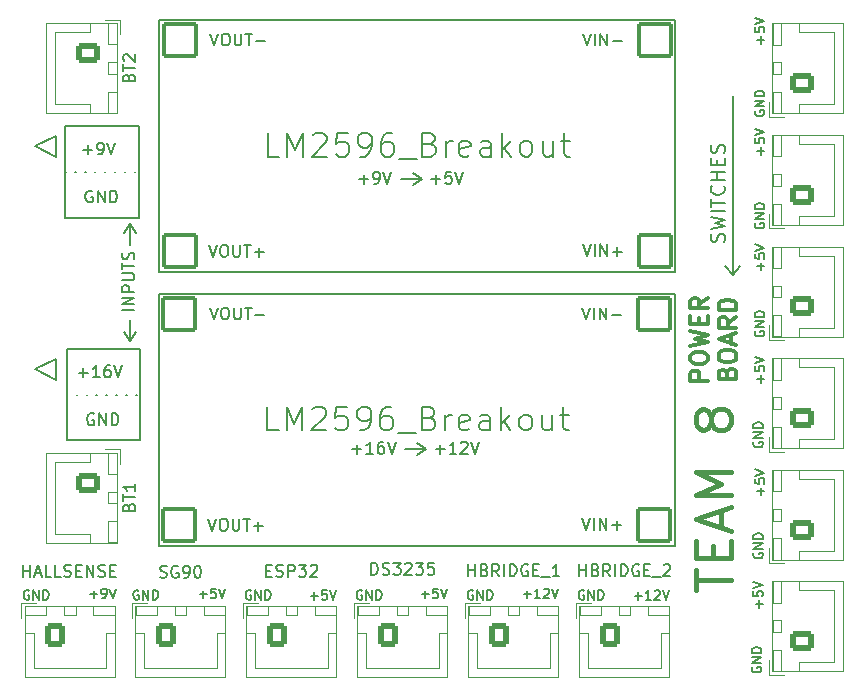
<source format=gto>
%TF.GenerationSoftware,KiCad,Pcbnew,9.0.2*%
%TF.CreationDate,2025-07-07T17:51:17-07:00*%
%TF.ProjectId,powerBoard,706f7765-7242-46f6-9172-642e6b696361,rev?*%
%TF.SameCoordinates,Original*%
%TF.FileFunction,Legend,Top*%
%TF.FilePolarity,Positive*%
%FSLAX46Y46*%
G04 Gerber Fmt 4.6, Leading zero omitted, Abs format (unit mm)*
G04 Created by KiCad (PCBNEW 9.0.2) date 2025-07-07 17:51:17*
%MOMM*%
%LPD*%
G01*
G04 APERTURE LIST*
G04 Aperture macros list*
%AMRoundRect*
0 Rectangle with rounded corners*
0 $1 Rounding radius*
0 $2 $3 $4 $5 $6 $7 $8 $9 X,Y pos of 4 corners*
0 Add a 4 corners polygon primitive as box body*
4,1,4,$2,$3,$4,$5,$6,$7,$8,$9,$2,$3,0*
0 Add four circle primitives for the rounded corners*
1,1,$1+$1,$2,$3*
1,1,$1+$1,$4,$5*
1,1,$1+$1,$6,$7*
1,1,$1+$1,$8,$9*
0 Add four rect primitives between the rounded corners*
20,1,$1+$1,$2,$3,$4,$5,0*
20,1,$1+$1,$4,$5,$6,$7,0*
20,1,$1+$1,$6,$7,$8,$9,0*
20,1,$1+$1,$8,$9,$2,$3,0*%
G04 Aperture macros list end*
%ADD10C,0.200000*%
%ADD11C,0.300000*%
%ADD12C,0.400000*%
%ADD13C,0.120000*%
%ADD14O,2.000000X1.700000*%
%ADD15RoundRect,0.250000X0.750000X-0.600000X0.750000X0.600000X-0.750000X0.600000X-0.750000X-0.600000X0*%
%ADD16RoundRect,0.250000X-0.600000X-0.750000X0.600000X-0.750000X0.600000X0.750000X-0.600000X0.750000X0*%
%ADD17O,1.700000X2.000000*%
%ADD18RoundRect,0.250000X-0.750000X0.600000X-0.750000X-0.600000X0.750000X-0.600000X0.750000X0.600000X0*%
%ADD19RoundRect,0.147638X1.352362X-1.352362X1.352362X1.352362X-1.352362X1.352362X-1.352362X-1.352362X0*%
G04 APERTURE END LIST*
D10*
X33135673Y-61065409D02*
X33469006Y-61065409D01*
X33611863Y-61589219D02*
X33135673Y-61589219D01*
X33135673Y-61589219D02*
X33135673Y-60589219D01*
X33135673Y-60589219D02*
X33611863Y-60589219D01*
X33992816Y-61541600D02*
X34135673Y-61589219D01*
X34135673Y-61589219D02*
X34373768Y-61589219D01*
X34373768Y-61589219D02*
X34469006Y-61541600D01*
X34469006Y-61541600D02*
X34516625Y-61493980D01*
X34516625Y-61493980D02*
X34564244Y-61398742D01*
X34564244Y-61398742D02*
X34564244Y-61303504D01*
X34564244Y-61303504D02*
X34516625Y-61208266D01*
X34516625Y-61208266D02*
X34469006Y-61160647D01*
X34469006Y-61160647D02*
X34373768Y-61113028D01*
X34373768Y-61113028D02*
X34183292Y-61065409D01*
X34183292Y-61065409D02*
X34088054Y-61017790D01*
X34088054Y-61017790D02*
X34040435Y-60970171D01*
X34040435Y-60970171D02*
X33992816Y-60874933D01*
X33992816Y-60874933D02*
X33992816Y-60779695D01*
X33992816Y-60779695D02*
X34040435Y-60684457D01*
X34040435Y-60684457D02*
X34088054Y-60636838D01*
X34088054Y-60636838D02*
X34183292Y-60589219D01*
X34183292Y-60589219D02*
X34421387Y-60589219D01*
X34421387Y-60589219D02*
X34564244Y-60636838D01*
X34992816Y-61589219D02*
X34992816Y-60589219D01*
X34992816Y-60589219D02*
X35373768Y-60589219D01*
X35373768Y-60589219D02*
X35469006Y-60636838D01*
X35469006Y-60636838D02*
X35516625Y-60684457D01*
X35516625Y-60684457D02*
X35564244Y-60779695D01*
X35564244Y-60779695D02*
X35564244Y-60922552D01*
X35564244Y-60922552D02*
X35516625Y-61017790D01*
X35516625Y-61017790D02*
X35469006Y-61065409D01*
X35469006Y-61065409D02*
X35373768Y-61113028D01*
X35373768Y-61113028D02*
X34992816Y-61113028D01*
X35897578Y-60589219D02*
X36516625Y-60589219D01*
X36516625Y-60589219D02*
X36183292Y-60970171D01*
X36183292Y-60970171D02*
X36326149Y-60970171D01*
X36326149Y-60970171D02*
X36421387Y-61017790D01*
X36421387Y-61017790D02*
X36469006Y-61065409D01*
X36469006Y-61065409D02*
X36516625Y-61160647D01*
X36516625Y-61160647D02*
X36516625Y-61398742D01*
X36516625Y-61398742D02*
X36469006Y-61493980D01*
X36469006Y-61493980D02*
X36421387Y-61541600D01*
X36421387Y-61541600D02*
X36326149Y-61589219D01*
X36326149Y-61589219D02*
X36040435Y-61589219D01*
X36040435Y-61589219D02*
X35945197Y-61541600D01*
X35945197Y-61541600D02*
X35897578Y-61493980D01*
X36897578Y-60684457D02*
X36945197Y-60636838D01*
X36945197Y-60636838D02*
X37040435Y-60589219D01*
X37040435Y-60589219D02*
X37278530Y-60589219D01*
X37278530Y-60589219D02*
X37373768Y-60636838D01*
X37373768Y-60636838D02*
X37421387Y-60684457D01*
X37421387Y-60684457D02*
X37469006Y-60779695D01*
X37469006Y-60779695D02*
X37469006Y-60874933D01*
X37469006Y-60874933D02*
X37421387Y-61017790D01*
X37421387Y-61017790D02*
X36849959Y-61589219D01*
X36849959Y-61589219D02*
X37469006Y-61589219D01*
X12561673Y-61589219D02*
X12561673Y-60589219D01*
X12561673Y-61065409D02*
X13133101Y-61065409D01*
X13133101Y-61589219D02*
X13133101Y-60589219D01*
X13561673Y-61303504D02*
X14037863Y-61303504D01*
X13466435Y-61589219D02*
X13799768Y-60589219D01*
X13799768Y-60589219D02*
X14133101Y-61589219D01*
X14942625Y-61589219D02*
X14466435Y-61589219D01*
X14466435Y-61589219D02*
X14466435Y-60589219D01*
X15752149Y-61589219D02*
X15275959Y-61589219D01*
X15275959Y-61589219D02*
X15275959Y-60589219D01*
X16037864Y-61541600D02*
X16180721Y-61589219D01*
X16180721Y-61589219D02*
X16418816Y-61589219D01*
X16418816Y-61589219D02*
X16514054Y-61541600D01*
X16514054Y-61541600D02*
X16561673Y-61493980D01*
X16561673Y-61493980D02*
X16609292Y-61398742D01*
X16609292Y-61398742D02*
X16609292Y-61303504D01*
X16609292Y-61303504D02*
X16561673Y-61208266D01*
X16561673Y-61208266D02*
X16514054Y-61160647D01*
X16514054Y-61160647D02*
X16418816Y-61113028D01*
X16418816Y-61113028D02*
X16228340Y-61065409D01*
X16228340Y-61065409D02*
X16133102Y-61017790D01*
X16133102Y-61017790D02*
X16085483Y-60970171D01*
X16085483Y-60970171D02*
X16037864Y-60874933D01*
X16037864Y-60874933D02*
X16037864Y-60779695D01*
X16037864Y-60779695D02*
X16085483Y-60684457D01*
X16085483Y-60684457D02*
X16133102Y-60636838D01*
X16133102Y-60636838D02*
X16228340Y-60589219D01*
X16228340Y-60589219D02*
X16466435Y-60589219D01*
X16466435Y-60589219D02*
X16609292Y-60636838D01*
X17037864Y-61065409D02*
X17371197Y-61065409D01*
X17514054Y-61589219D02*
X17037864Y-61589219D01*
X17037864Y-61589219D02*
X17037864Y-60589219D01*
X17037864Y-60589219D02*
X17514054Y-60589219D01*
X17942626Y-61589219D02*
X17942626Y-60589219D01*
X17942626Y-60589219D02*
X18514054Y-61589219D01*
X18514054Y-61589219D02*
X18514054Y-60589219D01*
X18942626Y-61541600D02*
X19085483Y-61589219D01*
X19085483Y-61589219D02*
X19323578Y-61589219D01*
X19323578Y-61589219D02*
X19418816Y-61541600D01*
X19418816Y-61541600D02*
X19466435Y-61493980D01*
X19466435Y-61493980D02*
X19514054Y-61398742D01*
X19514054Y-61398742D02*
X19514054Y-61303504D01*
X19514054Y-61303504D02*
X19466435Y-61208266D01*
X19466435Y-61208266D02*
X19418816Y-61160647D01*
X19418816Y-61160647D02*
X19323578Y-61113028D01*
X19323578Y-61113028D02*
X19133102Y-61065409D01*
X19133102Y-61065409D02*
X19037864Y-61017790D01*
X19037864Y-61017790D02*
X18990245Y-60970171D01*
X18990245Y-60970171D02*
X18942626Y-60874933D01*
X18942626Y-60874933D02*
X18942626Y-60779695D01*
X18942626Y-60779695D02*
X18990245Y-60684457D01*
X18990245Y-60684457D02*
X19037864Y-60636838D01*
X19037864Y-60636838D02*
X19133102Y-60589219D01*
X19133102Y-60589219D02*
X19371197Y-60589219D01*
X19371197Y-60589219D02*
X19514054Y-60636838D01*
X19942626Y-61065409D02*
X20275959Y-61065409D01*
X20418816Y-61589219D02*
X19942626Y-61589219D01*
X19942626Y-61589219D02*
X19942626Y-60589219D01*
X19942626Y-60589219D02*
X20418816Y-60589219D01*
X60050101Y-62756790D02*
X59973911Y-62718695D01*
X59973911Y-62718695D02*
X59859625Y-62718695D01*
X59859625Y-62718695D02*
X59745339Y-62756790D01*
X59745339Y-62756790D02*
X59669149Y-62832980D01*
X59669149Y-62832980D02*
X59631054Y-62909171D01*
X59631054Y-62909171D02*
X59592958Y-63061552D01*
X59592958Y-63061552D02*
X59592958Y-63175838D01*
X59592958Y-63175838D02*
X59631054Y-63328219D01*
X59631054Y-63328219D02*
X59669149Y-63404409D01*
X59669149Y-63404409D02*
X59745339Y-63480600D01*
X59745339Y-63480600D02*
X59859625Y-63518695D01*
X59859625Y-63518695D02*
X59935816Y-63518695D01*
X59935816Y-63518695D02*
X60050101Y-63480600D01*
X60050101Y-63480600D02*
X60088197Y-63442504D01*
X60088197Y-63442504D02*
X60088197Y-63175838D01*
X60088197Y-63175838D02*
X59935816Y-63175838D01*
X60431054Y-63518695D02*
X60431054Y-62718695D01*
X60431054Y-62718695D02*
X60888197Y-63518695D01*
X60888197Y-63518695D02*
X60888197Y-62718695D01*
X61269149Y-63518695D02*
X61269149Y-62718695D01*
X61269149Y-62718695D02*
X61459625Y-62718695D01*
X61459625Y-62718695D02*
X61573911Y-62756790D01*
X61573911Y-62756790D02*
X61650101Y-62832980D01*
X61650101Y-62832980D02*
X61688196Y-62909171D01*
X61688196Y-62909171D02*
X61726292Y-63061552D01*
X61726292Y-63061552D02*
X61726292Y-63175838D01*
X61726292Y-63175838D02*
X61688196Y-63328219D01*
X61688196Y-63328219D02*
X61650101Y-63404409D01*
X61650101Y-63404409D02*
X61573911Y-63480600D01*
X61573911Y-63480600D02*
X61459625Y-63518695D01*
X61459625Y-63518695D02*
X61269149Y-63518695D01*
X64330054Y-63213933D02*
X64939578Y-63213933D01*
X64634816Y-63518695D02*
X64634816Y-62909171D01*
X65739577Y-63518695D02*
X65282434Y-63518695D01*
X65511006Y-63518695D02*
X65511006Y-62718695D01*
X65511006Y-62718695D02*
X65434815Y-62832980D01*
X65434815Y-62832980D02*
X65358625Y-62909171D01*
X65358625Y-62909171D02*
X65282434Y-62947266D01*
X66044339Y-62794885D02*
X66082435Y-62756790D01*
X66082435Y-62756790D02*
X66158625Y-62718695D01*
X66158625Y-62718695D02*
X66349101Y-62718695D01*
X66349101Y-62718695D02*
X66425292Y-62756790D01*
X66425292Y-62756790D02*
X66463387Y-62794885D01*
X66463387Y-62794885D02*
X66501482Y-62871076D01*
X66501482Y-62871076D02*
X66501482Y-62947266D01*
X66501482Y-62947266D02*
X66463387Y-63061552D01*
X66463387Y-63061552D02*
X66006244Y-63518695D01*
X66006244Y-63518695D02*
X66501482Y-63518695D01*
X66730054Y-62718695D02*
X66996721Y-63518695D01*
X66996721Y-63518695D02*
X67263387Y-62718695D01*
X54932054Y-63086933D02*
X55541578Y-63086933D01*
X55236816Y-63391695D02*
X55236816Y-62782171D01*
X56341577Y-63391695D02*
X55884434Y-63391695D01*
X56113006Y-63391695D02*
X56113006Y-62591695D01*
X56113006Y-62591695D02*
X56036815Y-62705980D01*
X56036815Y-62705980D02*
X55960625Y-62782171D01*
X55960625Y-62782171D02*
X55884434Y-62820266D01*
X56646339Y-62667885D02*
X56684435Y-62629790D01*
X56684435Y-62629790D02*
X56760625Y-62591695D01*
X56760625Y-62591695D02*
X56951101Y-62591695D01*
X56951101Y-62591695D02*
X57027292Y-62629790D01*
X57027292Y-62629790D02*
X57065387Y-62667885D01*
X57065387Y-62667885D02*
X57103482Y-62744076D01*
X57103482Y-62744076D02*
X57103482Y-62820266D01*
X57103482Y-62820266D02*
X57065387Y-62934552D01*
X57065387Y-62934552D02*
X56608244Y-63391695D01*
X56608244Y-63391695D02*
X57103482Y-63391695D01*
X57332054Y-62591695D02*
X57598721Y-63391695D01*
X57598721Y-63391695D02*
X57865387Y-62591695D01*
X18229054Y-63086933D02*
X18838578Y-63086933D01*
X18533816Y-63391695D02*
X18533816Y-62782171D01*
X19257625Y-63391695D02*
X19410006Y-63391695D01*
X19410006Y-63391695D02*
X19486196Y-63353600D01*
X19486196Y-63353600D02*
X19524292Y-63315504D01*
X19524292Y-63315504D02*
X19600482Y-63201219D01*
X19600482Y-63201219D02*
X19638577Y-63048838D01*
X19638577Y-63048838D02*
X19638577Y-62744076D01*
X19638577Y-62744076D02*
X19600482Y-62667885D01*
X19600482Y-62667885D02*
X19562387Y-62629790D01*
X19562387Y-62629790D02*
X19486196Y-62591695D01*
X19486196Y-62591695D02*
X19333815Y-62591695D01*
X19333815Y-62591695D02*
X19257625Y-62629790D01*
X19257625Y-62629790D02*
X19219530Y-62667885D01*
X19219530Y-62667885D02*
X19181434Y-62744076D01*
X19181434Y-62744076D02*
X19181434Y-62934552D01*
X19181434Y-62934552D02*
X19219530Y-63010742D01*
X19219530Y-63010742D02*
X19257625Y-63048838D01*
X19257625Y-63048838D02*
X19333815Y-63086933D01*
X19333815Y-63086933D02*
X19486196Y-63086933D01*
X19486196Y-63086933D02*
X19562387Y-63048838D01*
X19562387Y-63048838D02*
X19600482Y-63010742D01*
X19600482Y-63010742D02*
X19638577Y-62934552D01*
X19867149Y-62591695D02*
X20133816Y-63391695D01*
X20133816Y-63391695D02*
X20400482Y-62591695D01*
X27500054Y-63086933D02*
X28109578Y-63086933D01*
X27804816Y-63391695D02*
X27804816Y-62782171D01*
X28871482Y-62591695D02*
X28490530Y-62591695D01*
X28490530Y-62591695D02*
X28452434Y-62972647D01*
X28452434Y-62972647D02*
X28490530Y-62934552D01*
X28490530Y-62934552D02*
X28566720Y-62896457D01*
X28566720Y-62896457D02*
X28757196Y-62896457D01*
X28757196Y-62896457D02*
X28833387Y-62934552D01*
X28833387Y-62934552D02*
X28871482Y-62972647D01*
X28871482Y-62972647D02*
X28909577Y-63048838D01*
X28909577Y-63048838D02*
X28909577Y-63239314D01*
X28909577Y-63239314D02*
X28871482Y-63315504D01*
X28871482Y-63315504D02*
X28833387Y-63353600D01*
X28833387Y-63353600D02*
X28757196Y-63391695D01*
X28757196Y-63391695D02*
X28566720Y-63391695D01*
X28566720Y-63391695D02*
X28490530Y-63353600D01*
X28490530Y-63353600D02*
X28452434Y-63315504D01*
X29138149Y-62591695D02*
X29404816Y-63391695D01*
X29404816Y-63391695D02*
X29671482Y-62591695D01*
X36898054Y-63213933D02*
X37507578Y-63213933D01*
X37202816Y-63518695D02*
X37202816Y-62909171D01*
X38269482Y-62718695D02*
X37888530Y-62718695D01*
X37888530Y-62718695D02*
X37850434Y-63099647D01*
X37850434Y-63099647D02*
X37888530Y-63061552D01*
X37888530Y-63061552D02*
X37964720Y-63023457D01*
X37964720Y-63023457D02*
X38155196Y-63023457D01*
X38155196Y-63023457D02*
X38231387Y-63061552D01*
X38231387Y-63061552D02*
X38269482Y-63099647D01*
X38269482Y-63099647D02*
X38307577Y-63175838D01*
X38307577Y-63175838D02*
X38307577Y-63366314D01*
X38307577Y-63366314D02*
X38269482Y-63442504D01*
X38269482Y-63442504D02*
X38231387Y-63480600D01*
X38231387Y-63480600D02*
X38155196Y-63518695D01*
X38155196Y-63518695D02*
X37964720Y-63518695D01*
X37964720Y-63518695D02*
X37888530Y-63480600D01*
X37888530Y-63480600D02*
X37850434Y-63442504D01*
X38536149Y-62718695D02*
X38802816Y-63518695D01*
X38802816Y-63518695D02*
X39069482Y-62718695D01*
X46296054Y-63086933D02*
X46905578Y-63086933D01*
X46600816Y-63391695D02*
X46600816Y-62782171D01*
X47667482Y-62591695D02*
X47286530Y-62591695D01*
X47286530Y-62591695D02*
X47248434Y-62972647D01*
X47248434Y-62972647D02*
X47286530Y-62934552D01*
X47286530Y-62934552D02*
X47362720Y-62896457D01*
X47362720Y-62896457D02*
X47553196Y-62896457D01*
X47553196Y-62896457D02*
X47629387Y-62934552D01*
X47629387Y-62934552D02*
X47667482Y-62972647D01*
X47667482Y-62972647D02*
X47705577Y-63048838D01*
X47705577Y-63048838D02*
X47705577Y-63239314D01*
X47705577Y-63239314D02*
X47667482Y-63315504D01*
X47667482Y-63315504D02*
X47629387Y-63353600D01*
X47629387Y-63353600D02*
X47553196Y-63391695D01*
X47553196Y-63391695D02*
X47362720Y-63391695D01*
X47362720Y-63391695D02*
X47286530Y-63353600D01*
X47286530Y-63353600D02*
X47248434Y-63315504D01*
X47934149Y-62591695D02*
X48200816Y-63391695D01*
X48200816Y-63391695D02*
X48467482Y-62591695D01*
X75024933Y-16441945D02*
X75024933Y-15832422D01*
X75329695Y-16137183D02*
X74720171Y-16137183D01*
X74529695Y-15070517D02*
X74529695Y-15451469D01*
X74529695Y-15451469D02*
X74910647Y-15489565D01*
X74910647Y-15489565D02*
X74872552Y-15451469D01*
X74872552Y-15451469D02*
X74834457Y-15375279D01*
X74834457Y-15375279D02*
X74834457Y-15184803D01*
X74834457Y-15184803D02*
X74872552Y-15108612D01*
X74872552Y-15108612D02*
X74910647Y-15070517D01*
X74910647Y-15070517D02*
X74986838Y-15032422D01*
X74986838Y-15032422D02*
X75177314Y-15032422D01*
X75177314Y-15032422D02*
X75253504Y-15070517D01*
X75253504Y-15070517D02*
X75291600Y-15108612D01*
X75291600Y-15108612D02*
X75329695Y-15184803D01*
X75329695Y-15184803D02*
X75329695Y-15375279D01*
X75329695Y-15375279D02*
X75291600Y-15451469D01*
X75291600Y-15451469D02*
X75253504Y-15489565D01*
X74529695Y-14803850D02*
X75329695Y-14537183D01*
X75329695Y-14537183D02*
X74529695Y-14270517D01*
X75024933Y-25839945D02*
X75024933Y-25230422D01*
X75329695Y-25535183D02*
X74720171Y-25535183D01*
X74529695Y-24468517D02*
X74529695Y-24849469D01*
X74529695Y-24849469D02*
X74910647Y-24887565D01*
X74910647Y-24887565D02*
X74872552Y-24849469D01*
X74872552Y-24849469D02*
X74834457Y-24773279D01*
X74834457Y-24773279D02*
X74834457Y-24582803D01*
X74834457Y-24582803D02*
X74872552Y-24506612D01*
X74872552Y-24506612D02*
X74910647Y-24468517D01*
X74910647Y-24468517D02*
X74986838Y-24430422D01*
X74986838Y-24430422D02*
X75177314Y-24430422D01*
X75177314Y-24430422D02*
X75253504Y-24468517D01*
X75253504Y-24468517D02*
X75291600Y-24506612D01*
X75291600Y-24506612D02*
X75329695Y-24582803D01*
X75329695Y-24582803D02*
X75329695Y-24773279D01*
X75329695Y-24773279D02*
X75291600Y-24849469D01*
X75291600Y-24849469D02*
X75253504Y-24887565D01*
X74529695Y-24201850D02*
X75329695Y-23935183D01*
X75329695Y-23935183D02*
X74529695Y-23668517D01*
X75024933Y-35618945D02*
X75024933Y-35009422D01*
X75329695Y-35314183D02*
X74720171Y-35314183D01*
X74529695Y-34247517D02*
X74529695Y-34628469D01*
X74529695Y-34628469D02*
X74910647Y-34666565D01*
X74910647Y-34666565D02*
X74872552Y-34628469D01*
X74872552Y-34628469D02*
X74834457Y-34552279D01*
X74834457Y-34552279D02*
X74834457Y-34361803D01*
X74834457Y-34361803D02*
X74872552Y-34285612D01*
X74872552Y-34285612D02*
X74910647Y-34247517D01*
X74910647Y-34247517D02*
X74986838Y-34209422D01*
X74986838Y-34209422D02*
X75177314Y-34209422D01*
X75177314Y-34209422D02*
X75253504Y-34247517D01*
X75253504Y-34247517D02*
X75291600Y-34285612D01*
X75291600Y-34285612D02*
X75329695Y-34361803D01*
X75329695Y-34361803D02*
X75329695Y-34552279D01*
X75329695Y-34552279D02*
X75291600Y-34628469D01*
X75291600Y-34628469D02*
X75253504Y-34666565D01*
X74529695Y-33980850D02*
X75329695Y-33714183D01*
X75329695Y-33714183D02*
X74529695Y-33447517D01*
X75024933Y-45143945D02*
X75024933Y-44534422D01*
X75329695Y-44839183D02*
X74720171Y-44839183D01*
X74529695Y-43772517D02*
X74529695Y-44153469D01*
X74529695Y-44153469D02*
X74910647Y-44191565D01*
X74910647Y-44191565D02*
X74872552Y-44153469D01*
X74872552Y-44153469D02*
X74834457Y-44077279D01*
X74834457Y-44077279D02*
X74834457Y-43886803D01*
X74834457Y-43886803D02*
X74872552Y-43810612D01*
X74872552Y-43810612D02*
X74910647Y-43772517D01*
X74910647Y-43772517D02*
X74986838Y-43734422D01*
X74986838Y-43734422D02*
X75177314Y-43734422D01*
X75177314Y-43734422D02*
X75253504Y-43772517D01*
X75253504Y-43772517D02*
X75291600Y-43810612D01*
X75291600Y-43810612D02*
X75329695Y-43886803D01*
X75329695Y-43886803D02*
X75329695Y-44077279D01*
X75329695Y-44077279D02*
X75291600Y-44153469D01*
X75291600Y-44153469D02*
X75253504Y-44191565D01*
X74529695Y-43505850D02*
X75329695Y-43239183D01*
X75329695Y-43239183D02*
X74529695Y-42972517D01*
X75024933Y-54668945D02*
X75024933Y-54059422D01*
X75329695Y-54364183D02*
X74720171Y-54364183D01*
X74529695Y-53297517D02*
X74529695Y-53678469D01*
X74529695Y-53678469D02*
X74910647Y-53716565D01*
X74910647Y-53716565D02*
X74872552Y-53678469D01*
X74872552Y-53678469D02*
X74834457Y-53602279D01*
X74834457Y-53602279D02*
X74834457Y-53411803D01*
X74834457Y-53411803D02*
X74872552Y-53335612D01*
X74872552Y-53335612D02*
X74910647Y-53297517D01*
X74910647Y-53297517D02*
X74986838Y-53259422D01*
X74986838Y-53259422D02*
X75177314Y-53259422D01*
X75177314Y-53259422D02*
X75253504Y-53297517D01*
X75253504Y-53297517D02*
X75291600Y-53335612D01*
X75291600Y-53335612D02*
X75329695Y-53411803D01*
X75329695Y-53411803D02*
X75329695Y-53602279D01*
X75329695Y-53602279D02*
X75291600Y-53678469D01*
X75291600Y-53678469D02*
X75253504Y-53716565D01*
X74529695Y-53030850D02*
X75329695Y-52764183D01*
X75329695Y-52764183D02*
X74529695Y-52497517D01*
X74440790Y-50185898D02*
X74402695Y-50262088D01*
X74402695Y-50262088D02*
X74402695Y-50376374D01*
X74402695Y-50376374D02*
X74440790Y-50490660D01*
X74440790Y-50490660D02*
X74516980Y-50566850D01*
X74516980Y-50566850D02*
X74593171Y-50604945D01*
X74593171Y-50604945D02*
X74745552Y-50643041D01*
X74745552Y-50643041D02*
X74859838Y-50643041D01*
X74859838Y-50643041D02*
X75012219Y-50604945D01*
X75012219Y-50604945D02*
X75088409Y-50566850D01*
X75088409Y-50566850D02*
X75164600Y-50490660D01*
X75164600Y-50490660D02*
X75202695Y-50376374D01*
X75202695Y-50376374D02*
X75202695Y-50300183D01*
X75202695Y-50300183D02*
X75164600Y-50185898D01*
X75164600Y-50185898D02*
X75126504Y-50147802D01*
X75126504Y-50147802D02*
X74859838Y-50147802D01*
X74859838Y-50147802D02*
X74859838Y-50300183D01*
X75202695Y-49804945D02*
X74402695Y-49804945D01*
X74402695Y-49804945D02*
X75202695Y-49347802D01*
X75202695Y-49347802D02*
X74402695Y-49347802D01*
X75202695Y-48966850D02*
X74402695Y-48966850D01*
X74402695Y-48966850D02*
X74402695Y-48776374D01*
X74402695Y-48776374D02*
X74440790Y-48662088D01*
X74440790Y-48662088D02*
X74516980Y-48585898D01*
X74516980Y-48585898D02*
X74593171Y-48547803D01*
X74593171Y-48547803D02*
X74745552Y-48509707D01*
X74745552Y-48509707D02*
X74859838Y-48509707D01*
X74859838Y-48509707D02*
X75012219Y-48547803D01*
X75012219Y-48547803D02*
X75088409Y-48585898D01*
X75088409Y-48585898D02*
X75164600Y-48662088D01*
X75164600Y-48662088D02*
X75202695Y-48776374D01*
X75202695Y-48776374D02*
X75202695Y-48966850D01*
X74313790Y-69235898D02*
X74275695Y-69312088D01*
X74275695Y-69312088D02*
X74275695Y-69426374D01*
X74275695Y-69426374D02*
X74313790Y-69540660D01*
X74313790Y-69540660D02*
X74389980Y-69616850D01*
X74389980Y-69616850D02*
X74466171Y-69654945D01*
X74466171Y-69654945D02*
X74618552Y-69693041D01*
X74618552Y-69693041D02*
X74732838Y-69693041D01*
X74732838Y-69693041D02*
X74885219Y-69654945D01*
X74885219Y-69654945D02*
X74961409Y-69616850D01*
X74961409Y-69616850D02*
X75037600Y-69540660D01*
X75037600Y-69540660D02*
X75075695Y-69426374D01*
X75075695Y-69426374D02*
X75075695Y-69350183D01*
X75075695Y-69350183D02*
X75037600Y-69235898D01*
X75037600Y-69235898D02*
X74999504Y-69197802D01*
X74999504Y-69197802D02*
X74732838Y-69197802D01*
X74732838Y-69197802D02*
X74732838Y-69350183D01*
X75075695Y-68854945D02*
X74275695Y-68854945D01*
X74275695Y-68854945D02*
X75075695Y-68397802D01*
X75075695Y-68397802D02*
X74275695Y-68397802D01*
X75075695Y-68016850D02*
X74275695Y-68016850D01*
X74275695Y-68016850D02*
X74275695Y-67826374D01*
X74275695Y-67826374D02*
X74313790Y-67712088D01*
X74313790Y-67712088D02*
X74389980Y-67635898D01*
X74389980Y-67635898D02*
X74466171Y-67597803D01*
X74466171Y-67597803D02*
X74618552Y-67559707D01*
X74618552Y-67559707D02*
X74732838Y-67559707D01*
X74732838Y-67559707D02*
X74885219Y-67597803D01*
X74885219Y-67597803D02*
X74961409Y-67635898D01*
X74961409Y-67635898D02*
X75037600Y-67712088D01*
X75037600Y-67712088D02*
X75075695Y-67826374D01*
X75075695Y-67826374D02*
X75075695Y-68016850D01*
X74567790Y-40787898D02*
X74529695Y-40864088D01*
X74529695Y-40864088D02*
X74529695Y-40978374D01*
X74529695Y-40978374D02*
X74567790Y-41092660D01*
X74567790Y-41092660D02*
X74643980Y-41168850D01*
X74643980Y-41168850D02*
X74720171Y-41206945D01*
X74720171Y-41206945D02*
X74872552Y-41245041D01*
X74872552Y-41245041D02*
X74986838Y-41245041D01*
X74986838Y-41245041D02*
X75139219Y-41206945D01*
X75139219Y-41206945D02*
X75215409Y-41168850D01*
X75215409Y-41168850D02*
X75291600Y-41092660D01*
X75291600Y-41092660D02*
X75329695Y-40978374D01*
X75329695Y-40978374D02*
X75329695Y-40902183D01*
X75329695Y-40902183D02*
X75291600Y-40787898D01*
X75291600Y-40787898D02*
X75253504Y-40749802D01*
X75253504Y-40749802D02*
X74986838Y-40749802D01*
X74986838Y-40749802D02*
X74986838Y-40902183D01*
X75329695Y-40406945D02*
X74529695Y-40406945D01*
X74529695Y-40406945D02*
X75329695Y-39949802D01*
X75329695Y-39949802D02*
X74529695Y-39949802D01*
X75329695Y-39568850D02*
X74529695Y-39568850D01*
X74529695Y-39568850D02*
X74529695Y-39378374D01*
X74529695Y-39378374D02*
X74567790Y-39264088D01*
X74567790Y-39264088D02*
X74643980Y-39187898D01*
X74643980Y-39187898D02*
X74720171Y-39149803D01*
X74720171Y-39149803D02*
X74872552Y-39111707D01*
X74872552Y-39111707D02*
X74986838Y-39111707D01*
X74986838Y-39111707D02*
X75139219Y-39149803D01*
X75139219Y-39149803D02*
X75215409Y-39187898D01*
X75215409Y-39187898D02*
X75291600Y-39264088D01*
X75291600Y-39264088D02*
X75329695Y-39378374D01*
X75329695Y-39378374D02*
X75329695Y-39568850D01*
X74440790Y-59583898D02*
X74402695Y-59660088D01*
X74402695Y-59660088D02*
X74402695Y-59774374D01*
X74402695Y-59774374D02*
X74440790Y-59888660D01*
X74440790Y-59888660D02*
X74516980Y-59964850D01*
X74516980Y-59964850D02*
X74593171Y-60002945D01*
X74593171Y-60002945D02*
X74745552Y-60041041D01*
X74745552Y-60041041D02*
X74859838Y-60041041D01*
X74859838Y-60041041D02*
X75012219Y-60002945D01*
X75012219Y-60002945D02*
X75088409Y-59964850D01*
X75088409Y-59964850D02*
X75164600Y-59888660D01*
X75164600Y-59888660D02*
X75202695Y-59774374D01*
X75202695Y-59774374D02*
X75202695Y-59698183D01*
X75202695Y-59698183D02*
X75164600Y-59583898D01*
X75164600Y-59583898D02*
X75126504Y-59545802D01*
X75126504Y-59545802D02*
X74859838Y-59545802D01*
X74859838Y-59545802D02*
X74859838Y-59698183D01*
X75202695Y-59202945D02*
X74402695Y-59202945D01*
X74402695Y-59202945D02*
X75202695Y-58745802D01*
X75202695Y-58745802D02*
X74402695Y-58745802D01*
X75202695Y-58364850D02*
X74402695Y-58364850D01*
X74402695Y-58364850D02*
X74402695Y-58174374D01*
X74402695Y-58174374D02*
X74440790Y-58060088D01*
X74440790Y-58060088D02*
X74516980Y-57983898D01*
X74516980Y-57983898D02*
X74593171Y-57945803D01*
X74593171Y-57945803D02*
X74745552Y-57907707D01*
X74745552Y-57907707D02*
X74859838Y-57907707D01*
X74859838Y-57907707D02*
X75012219Y-57945803D01*
X75012219Y-57945803D02*
X75088409Y-57983898D01*
X75088409Y-57983898D02*
X75164600Y-58060088D01*
X75164600Y-58060088D02*
X75202695Y-58174374D01*
X75202695Y-58174374D02*
X75202695Y-58364850D01*
X74897933Y-64193945D02*
X74897933Y-63584422D01*
X75202695Y-63889183D02*
X74593171Y-63889183D01*
X74402695Y-62822517D02*
X74402695Y-63203469D01*
X74402695Y-63203469D02*
X74783647Y-63241565D01*
X74783647Y-63241565D02*
X74745552Y-63203469D01*
X74745552Y-63203469D02*
X74707457Y-63127279D01*
X74707457Y-63127279D02*
X74707457Y-62936803D01*
X74707457Y-62936803D02*
X74745552Y-62860612D01*
X74745552Y-62860612D02*
X74783647Y-62822517D01*
X74783647Y-62822517D02*
X74859838Y-62784422D01*
X74859838Y-62784422D02*
X75050314Y-62784422D01*
X75050314Y-62784422D02*
X75126504Y-62822517D01*
X75126504Y-62822517D02*
X75164600Y-62860612D01*
X75164600Y-62860612D02*
X75202695Y-62936803D01*
X75202695Y-62936803D02*
X75202695Y-63127279D01*
X75202695Y-63127279D02*
X75164600Y-63203469D01*
X75164600Y-63203469D02*
X75126504Y-63241565D01*
X74402695Y-62555850D02*
X75202695Y-62289183D01*
X75202695Y-62289183D02*
X74402695Y-62022517D01*
X13060101Y-62756790D02*
X12983911Y-62718695D01*
X12983911Y-62718695D02*
X12869625Y-62718695D01*
X12869625Y-62718695D02*
X12755339Y-62756790D01*
X12755339Y-62756790D02*
X12679149Y-62832980D01*
X12679149Y-62832980D02*
X12641054Y-62909171D01*
X12641054Y-62909171D02*
X12602958Y-63061552D01*
X12602958Y-63061552D02*
X12602958Y-63175838D01*
X12602958Y-63175838D02*
X12641054Y-63328219D01*
X12641054Y-63328219D02*
X12679149Y-63404409D01*
X12679149Y-63404409D02*
X12755339Y-63480600D01*
X12755339Y-63480600D02*
X12869625Y-63518695D01*
X12869625Y-63518695D02*
X12945816Y-63518695D01*
X12945816Y-63518695D02*
X13060101Y-63480600D01*
X13060101Y-63480600D02*
X13098197Y-63442504D01*
X13098197Y-63442504D02*
X13098197Y-63175838D01*
X13098197Y-63175838D02*
X12945816Y-63175838D01*
X13441054Y-63518695D02*
X13441054Y-62718695D01*
X13441054Y-62718695D02*
X13898197Y-63518695D01*
X13898197Y-63518695D02*
X13898197Y-62718695D01*
X14279149Y-63518695D02*
X14279149Y-62718695D01*
X14279149Y-62718695D02*
X14469625Y-62718695D01*
X14469625Y-62718695D02*
X14583911Y-62756790D01*
X14583911Y-62756790D02*
X14660101Y-62832980D01*
X14660101Y-62832980D02*
X14698196Y-62909171D01*
X14698196Y-62909171D02*
X14736292Y-63061552D01*
X14736292Y-63061552D02*
X14736292Y-63175838D01*
X14736292Y-63175838D02*
X14698196Y-63328219D01*
X14698196Y-63328219D02*
X14660101Y-63404409D01*
X14660101Y-63404409D02*
X14583911Y-63480600D01*
X14583911Y-63480600D02*
X14469625Y-63518695D01*
X14469625Y-63518695D02*
X14279149Y-63518695D01*
X72644000Y-36004500D02*
X73279000Y-35242500D01*
X74567790Y-31643898D02*
X74529695Y-31720088D01*
X74529695Y-31720088D02*
X74529695Y-31834374D01*
X74529695Y-31834374D02*
X74567790Y-31948660D01*
X74567790Y-31948660D02*
X74643980Y-32024850D01*
X74643980Y-32024850D02*
X74720171Y-32062945D01*
X74720171Y-32062945D02*
X74872552Y-32101041D01*
X74872552Y-32101041D02*
X74986838Y-32101041D01*
X74986838Y-32101041D02*
X75139219Y-32062945D01*
X75139219Y-32062945D02*
X75215409Y-32024850D01*
X75215409Y-32024850D02*
X75291600Y-31948660D01*
X75291600Y-31948660D02*
X75329695Y-31834374D01*
X75329695Y-31834374D02*
X75329695Y-31758183D01*
X75329695Y-31758183D02*
X75291600Y-31643898D01*
X75291600Y-31643898D02*
X75253504Y-31605802D01*
X75253504Y-31605802D02*
X74986838Y-31605802D01*
X74986838Y-31605802D02*
X74986838Y-31758183D01*
X75329695Y-31262945D02*
X74529695Y-31262945D01*
X74529695Y-31262945D02*
X75329695Y-30805802D01*
X75329695Y-30805802D02*
X74529695Y-30805802D01*
X75329695Y-30424850D02*
X74529695Y-30424850D01*
X74529695Y-30424850D02*
X74529695Y-30234374D01*
X74529695Y-30234374D02*
X74567790Y-30120088D01*
X74567790Y-30120088D02*
X74643980Y-30043898D01*
X74643980Y-30043898D02*
X74720171Y-30005803D01*
X74720171Y-30005803D02*
X74872552Y-29967707D01*
X74872552Y-29967707D02*
X74986838Y-29967707D01*
X74986838Y-29967707D02*
X75139219Y-30005803D01*
X75139219Y-30005803D02*
X75215409Y-30043898D01*
X75215409Y-30043898D02*
X75291600Y-30120088D01*
X75291600Y-30120088D02*
X75329695Y-30234374D01*
X75329695Y-30234374D02*
X75329695Y-30424850D01*
X72644000Y-20891500D02*
X72644000Y-36004500D01*
X71921600Y-33231350D02*
X71978742Y-33059922D01*
X71978742Y-33059922D02*
X71978742Y-32774207D01*
X71978742Y-32774207D02*
X71921600Y-32659922D01*
X71921600Y-32659922D02*
X71864457Y-32602779D01*
X71864457Y-32602779D02*
X71750171Y-32545636D01*
X71750171Y-32545636D02*
X71635885Y-32545636D01*
X71635885Y-32545636D02*
X71521600Y-32602779D01*
X71521600Y-32602779D02*
X71464457Y-32659922D01*
X71464457Y-32659922D02*
X71407314Y-32774207D01*
X71407314Y-32774207D02*
X71350171Y-33002779D01*
X71350171Y-33002779D02*
X71293028Y-33117064D01*
X71293028Y-33117064D02*
X71235885Y-33174207D01*
X71235885Y-33174207D02*
X71121600Y-33231350D01*
X71121600Y-33231350D02*
X71007314Y-33231350D01*
X71007314Y-33231350D02*
X70893028Y-33174207D01*
X70893028Y-33174207D02*
X70835885Y-33117064D01*
X70835885Y-33117064D02*
X70778742Y-33002779D01*
X70778742Y-33002779D02*
X70778742Y-32717064D01*
X70778742Y-32717064D02*
X70835885Y-32545636D01*
X70778742Y-32145636D02*
X71978742Y-31859922D01*
X71978742Y-31859922D02*
X71121600Y-31631350D01*
X71121600Y-31631350D02*
X71978742Y-31402779D01*
X71978742Y-31402779D02*
X70778742Y-31117065D01*
X71978742Y-30659921D02*
X70778742Y-30659921D01*
X70778742Y-30259921D02*
X70778742Y-29574207D01*
X71978742Y-29917064D02*
X70778742Y-29917064D01*
X71864457Y-28488492D02*
X71921600Y-28545635D01*
X71921600Y-28545635D02*
X71978742Y-28717063D01*
X71978742Y-28717063D02*
X71978742Y-28831349D01*
X71978742Y-28831349D02*
X71921600Y-29002778D01*
X71921600Y-29002778D02*
X71807314Y-29117063D01*
X71807314Y-29117063D02*
X71693028Y-29174206D01*
X71693028Y-29174206D02*
X71464457Y-29231349D01*
X71464457Y-29231349D02*
X71293028Y-29231349D01*
X71293028Y-29231349D02*
X71064457Y-29174206D01*
X71064457Y-29174206D02*
X70950171Y-29117063D01*
X70950171Y-29117063D02*
X70835885Y-29002778D01*
X70835885Y-29002778D02*
X70778742Y-28831349D01*
X70778742Y-28831349D02*
X70778742Y-28717063D01*
X70778742Y-28717063D02*
X70835885Y-28545635D01*
X70835885Y-28545635D02*
X70893028Y-28488492D01*
X71978742Y-27974206D02*
X70778742Y-27974206D01*
X71350171Y-27974206D02*
X71350171Y-27288492D01*
X71978742Y-27288492D02*
X70778742Y-27288492D01*
X71350171Y-26717063D02*
X71350171Y-26317063D01*
X71978742Y-26145635D02*
X71978742Y-26717063D01*
X71978742Y-26717063D02*
X70778742Y-26717063D01*
X70778742Y-26717063D02*
X70778742Y-26145635D01*
X71921600Y-25688492D02*
X71978742Y-25517064D01*
X71978742Y-25517064D02*
X71978742Y-25231349D01*
X71978742Y-25231349D02*
X71921600Y-25117064D01*
X71921600Y-25117064D02*
X71864457Y-25059921D01*
X71864457Y-25059921D02*
X71750171Y-25002778D01*
X71750171Y-25002778D02*
X71635885Y-25002778D01*
X71635885Y-25002778D02*
X71521600Y-25059921D01*
X71521600Y-25059921D02*
X71464457Y-25117064D01*
X71464457Y-25117064D02*
X71407314Y-25231349D01*
X71407314Y-25231349D02*
X71350171Y-25459921D01*
X71350171Y-25459921D02*
X71293028Y-25574206D01*
X71293028Y-25574206D02*
X71235885Y-25631349D01*
X71235885Y-25631349D02*
X71121600Y-25688492D01*
X71121600Y-25688492D02*
X71007314Y-25688492D01*
X71007314Y-25688492D02*
X70893028Y-25631349D01*
X70893028Y-25631349D02*
X70835885Y-25574206D01*
X70835885Y-25574206D02*
X70778742Y-25459921D01*
X70778742Y-25459921D02*
X70778742Y-25174206D01*
X70778742Y-25174206D02*
X70835885Y-25002778D01*
X74567790Y-22118898D02*
X74529695Y-22195088D01*
X74529695Y-22195088D02*
X74529695Y-22309374D01*
X74529695Y-22309374D02*
X74567790Y-22423660D01*
X74567790Y-22423660D02*
X74643980Y-22499850D01*
X74643980Y-22499850D02*
X74720171Y-22537945D01*
X74720171Y-22537945D02*
X74872552Y-22576041D01*
X74872552Y-22576041D02*
X74986838Y-22576041D01*
X74986838Y-22576041D02*
X75139219Y-22537945D01*
X75139219Y-22537945D02*
X75215409Y-22499850D01*
X75215409Y-22499850D02*
X75291600Y-22423660D01*
X75291600Y-22423660D02*
X75329695Y-22309374D01*
X75329695Y-22309374D02*
X75329695Y-22233183D01*
X75329695Y-22233183D02*
X75291600Y-22118898D01*
X75291600Y-22118898D02*
X75253504Y-22080802D01*
X75253504Y-22080802D02*
X74986838Y-22080802D01*
X74986838Y-22080802D02*
X74986838Y-22233183D01*
X75329695Y-21737945D02*
X74529695Y-21737945D01*
X74529695Y-21737945D02*
X75329695Y-21280802D01*
X75329695Y-21280802D02*
X74529695Y-21280802D01*
X75329695Y-20899850D02*
X74529695Y-20899850D01*
X74529695Y-20899850D02*
X74529695Y-20709374D01*
X74529695Y-20709374D02*
X74567790Y-20595088D01*
X74567790Y-20595088D02*
X74643980Y-20518898D01*
X74643980Y-20518898D02*
X74720171Y-20480803D01*
X74720171Y-20480803D02*
X74872552Y-20442707D01*
X74872552Y-20442707D02*
X74986838Y-20442707D01*
X74986838Y-20442707D02*
X75139219Y-20480803D01*
X75139219Y-20480803D02*
X75215409Y-20518898D01*
X75215409Y-20518898D02*
X75291600Y-20595088D01*
X75291600Y-20595088D02*
X75329695Y-20709374D01*
X75329695Y-20709374D02*
X75329695Y-20899850D01*
X72644000Y-36004500D02*
X72009000Y-35242500D01*
X15367000Y-24257000D02*
X13589000Y-25146000D01*
X21590000Y-31750000D02*
X22098000Y-32512000D01*
X46634400Y-50800000D02*
X45872400Y-50292000D01*
X21590000Y-41656000D02*
X22098000Y-40894000D01*
X44577000Y-27940000D02*
X46355000Y-27940000D01*
X21590000Y-41656000D02*
X21082000Y-40894000D01*
X21590000Y-33528000D02*
X21590000Y-31750000D01*
X16129000Y-23431500D02*
X22352000Y-23431500D01*
X22352000Y-31178500D01*
X16129000Y-31178500D01*
X16129000Y-23431500D01*
X21590000Y-39878000D02*
X21590000Y-41656000D01*
X16256000Y-42291000D02*
X22479000Y-42291000D01*
X22479000Y-50038000D01*
X16256000Y-50038000D01*
X16256000Y-42291000D01*
X44856400Y-50800000D02*
X46634400Y-50800000D01*
X15367000Y-43116500D02*
X15367000Y-44894500D01*
X21590000Y-31750000D02*
X21082000Y-32512000D01*
X15367000Y-44894500D02*
X13589000Y-44005500D01*
X46634400Y-50800000D02*
X45872400Y-51308000D01*
X16129000Y-27305000D02*
X16169000Y-27305000D01*
X16969000Y-27305000D02*
X17009000Y-27305000D01*
X17809000Y-27305000D02*
X17849000Y-27305000D01*
X18649000Y-27305000D02*
X18689000Y-27305000D01*
X19489000Y-27305000D02*
X19529000Y-27305000D01*
X20329000Y-27305000D02*
X20369000Y-27305000D01*
X21169000Y-27305000D02*
X21209000Y-27305000D01*
X22009000Y-27305000D02*
X22049000Y-27305000D01*
X16256000Y-46164500D02*
X16296000Y-46164500D01*
X17096000Y-46164500D02*
X17136000Y-46164500D01*
X17936000Y-46164500D02*
X17976000Y-46164500D01*
X18776000Y-46164500D02*
X18816000Y-46164500D01*
X19616000Y-46164500D02*
X19656000Y-46164500D01*
X20456000Y-46164500D02*
X20496000Y-46164500D01*
X21296000Y-46164500D02*
X21336000Y-46164500D01*
X22136000Y-46164500D02*
X22176000Y-46164500D01*
X15367000Y-26035000D02*
X13589000Y-25146000D01*
X46355000Y-27940000D02*
X45593000Y-28448000D01*
X15367000Y-24257000D02*
X15367000Y-26035000D01*
X46355000Y-27940000D02*
X45593000Y-27432000D01*
X15367000Y-43116500D02*
X13589000Y-44005500D01*
X50652101Y-62756790D02*
X50575911Y-62718695D01*
X50575911Y-62718695D02*
X50461625Y-62718695D01*
X50461625Y-62718695D02*
X50347339Y-62756790D01*
X50347339Y-62756790D02*
X50271149Y-62832980D01*
X50271149Y-62832980D02*
X50233054Y-62909171D01*
X50233054Y-62909171D02*
X50194958Y-63061552D01*
X50194958Y-63061552D02*
X50194958Y-63175838D01*
X50194958Y-63175838D02*
X50233054Y-63328219D01*
X50233054Y-63328219D02*
X50271149Y-63404409D01*
X50271149Y-63404409D02*
X50347339Y-63480600D01*
X50347339Y-63480600D02*
X50461625Y-63518695D01*
X50461625Y-63518695D02*
X50537816Y-63518695D01*
X50537816Y-63518695D02*
X50652101Y-63480600D01*
X50652101Y-63480600D02*
X50690197Y-63442504D01*
X50690197Y-63442504D02*
X50690197Y-63175838D01*
X50690197Y-63175838D02*
X50537816Y-63175838D01*
X51033054Y-63518695D02*
X51033054Y-62718695D01*
X51033054Y-62718695D02*
X51490197Y-63518695D01*
X51490197Y-63518695D02*
X51490197Y-62718695D01*
X51871149Y-63518695D02*
X51871149Y-62718695D01*
X51871149Y-62718695D02*
X52061625Y-62718695D01*
X52061625Y-62718695D02*
X52175911Y-62756790D01*
X52175911Y-62756790D02*
X52252101Y-62832980D01*
X52252101Y-62832980D02*
X52290196Y-62909171D01*
X52290196Y-62909171D02*
X52328292Y-63061552D01*
X52328292Y-63061552D02*
X52328292Y-63175838D01*
X52328292Y-63175838D02*
X52290196Y-63328219D01*
X52290196Y-63328219D02*
X52252101Y-63404409D01*
X52252101Y-63404409D02*
X52175911Y-63480600D01*
X52175911Y-63480600D02*
X52061625Y-63518695D01*
X52061625Y-63518695D02*
X51871149Y-63518695D01*
D11*
X70537912Y-44993286D02*
X69037912Y-44993286D01*
X69037912Y-44993286D02*
X69037912Y-44421857D01*
X69037912Y-44421857D02*
X69109341Y-44279000D01*
X69109341Y-44279000D02*
X69180769Y-44207571D01*
X69180769Y-44207571D02*
X69323626Y-44136143D01*
X69323626Y-44136143D02*
X69537912Y-44136143D01*
X69537912Y-44136143D02*
X69680769Y-44207571D01*
X69680769Y-44207571D02*
X69752198Y-44279000D01*
X69752198Y-44279000D02*
X69823626Y-44421857D01*
X69823626Y-44421857D02*
X69823626Y-44993286D01*
X69037912Y-43207571D02*
X69037912Y-42921857D01*
X69037912Y-42921857D02*
X69109341Y-42779000D01*
X69109341Y-42779000D02*
X69252198Y-42636143D01*
X69252198Y-42636143D02*
X69537912Y-42564714D01*
X69537912Y-42564714D02*
X70037912Y-42564714D01*
X70037912Y-42564714D02*
X70323626Y-42636143D01*
X70323626Y-42636143D02*
X70466484Y-42779000D01*
X70466484Y-42779000D02*
X70537912Y-42921857D01*
X70537912Y-42921857D02*
X70537912Y-43207571D01*
X70537912Y-43207571D02*
X70466484Y-43350429D01*
X70466484Y-43350429D02*
X70323626Y-43493286D01*
X70323626Y-43493286D02*
X70037912Y-43564714D01*
X70037912Y-43564714D02*
X69537912Y-43564714D01*
X69537912Y-43564714D02*
X69252198Y-43493286D01*
X69252198Y-43493286D02*
X69109341Y-43350429D01*
X69109341Y-43350429D02*
X69037912Y-43207571D01*
X69037912Y-42064714D02*
X70537912Y-41707571D01*
X70537912Y-41707571D02*
X69466484Y-41421857D01*
X69466484Y-41421857D02*
X70537912Y-41136142D01*
X70537912Y-41136142D02*
X69037912Y-40779000D01*
X69752198Y-40207571D02*
X69752198Y-39707571D01*
X70537912Y-39493285D02*
X70537912Y-40207571D01*
X70537912Y-40207571D02*
X69037912Y-40207571D01*
X69037912Y-40207571D02*
X69037912Y-39493285D01*
X70537912Y-37993285D02*
X69823626Y-38493285D01*
X70537912Y-38850428D02*
X69037912Y-38850428D01*
X69037912Y-38850428D02*
X69037912Y-38278999D01*
X69037912Y-38278999D02*
X69109341Y-38136142D01*
X69109341Y-38136142D02*
X69180769Y-38064713D01*
X69180769Y-38064713D02*
X69323626Y-37993285D01*
X69323626Y-37993285D02*
X69537912Y-37993285D01*
X69537912Y-37993285D02*
X69680769Y-38064713D01*
X69680769Y-38064713D02*
X69752198Y-38136142D01*
X69752198Y-38136142D02*
X69823626Y-38278999D01*
X69823626Y-38278999D02*
X69823626Y-38850428D01*
X72167114Y-44350428D02*
X72238542Y-44136142D01*
X72238542Y-44136142D02*
X72309971Y-44064713D01*
X72309971Y-44064713D02*
X72452828Y-43993285D01*
X72452828Y-43993285D02*
X72667114Y-43993285D01*
X72667114Y-43993285D02*
X72809971Y-44064713D01*
X72809971Y-44064713D02*
X72881400Y-44136142D01*
X72881400Y-44136142D02*
X72952828Y-44278999D01*
X72952828Y-44278999D02*
X72952828Y-44850428D01*
X72952828Y-44850428D02*
X71452828Y-44850428D01*
X71452828Y-44850428D02*
X71452828Y-44350428D01*
X71452828Y-44350428D02*
X71524257Y-44207571D01*
X71524257Y-44207571D02*
X71595685Y-44136142D01*
X71595685Y-44136142D02*
X71738542Y-44064713D01*
X71738542Y-44064713D02*
X71881400Y-44064713D01*
X71881400Y-44064713D02*
X72024257Y-44136142D01*
X72024257Y-44136142D02*
X72095685Y-44207571D01*
X72095685Y-44207571D02*
X72167114Y-44350428D01*
X72167114Y-44350428D02*
X72167114Y-44850428D01*
X71452828Y-43064713D02*
X71452828Y-42778999D01*
X71452828Y-42778999D02*
X71524257Y-42636142D01*
X71524257Y-42636142D02*
X71667114Y-42493285D01*
X71667114Y-42493285D02*
X71952828Y-42421856D01*
X71952828Y-42421856D02*
X72452828Y-42421856D01*
X72452828Y-42421856D02*
X72738542Y-42493285D01*
X72738542Y-42493285D02*
X72881400Y-42636142D01*
X72881400Y-42636142D02*
X72952828Y-42778999D01*
X72952828Y-42778999D02*
X72952828Y-43064713D01*
X72952828Y-43064713D02*
X72881400Y-43207571D01*
X72881400Y-43207571D02*
X72738542Y-43350428D01*
X72738542Y-43350428D02*
X72452828Y-43421856D01*
X72452828Y-43421856D02*
X71952828Y-43421856D01*
X71952828Y-43421856D02*
X71667114Y-43350428D01*
X71667114Y-43350428D02*
X71524257Y-43207571D01*
X71524257Y-43207571D02*
X71452828Y-43064713D01*
X72524257Y-41850427D02*
X72524257Y-41136142D01*
X72952828Y-41993284D02*
X71452828Y-41493284D01*
X71452828Y-41493284D02*
X72952828Y-40993284D01*
X72952828Y-39636142D02*
X72238542Y-40136142D01*
X72952828Y-40493285D02*
X71452828Y-40493285D01*
X71452828Y-40493285D02*
X71452828Y-39921856D01*
X71452828Y-39921856D02*
X71524257Y-39778999D01*
X71524257Y-39778999D02*
X71595685Y-39707570D01*
X71595685Y-39707570D02*
X71738542Y-39636142D01*
X71738542Y-39636142D02*
X71952828Y-39636142D01*
X71952828Y-39636142D02*
X72095685Y-39707570D01*
X72095685Y-39707570D02*
X72167114Y-39778999D01*
X72167114Y-39778999D02*
X72238542Y-39921856D01*
X72238542Y-39921856D02*
X72238542Y-40493285D01*
X72952828Y-38993285D02*
X71452828Y-38993285D01*
X71452828Y-38993285D02*
X71452828Y-38636142D01*
X71452828Y-38636142D02*
X71524257Y-38421856D01*
X71524257Y-38421856D02*
X71667114Y-38278999D01*
X71667114Y-38278999D02*
X71809971Y-38207570D01*
X71809971Y-38207570D02*
X72095685Y-38136142D01*
X72095685Y-38136142D02*
X72309971Y-38136142D01*
X72309971Y-38136142D02*
X72595685Y-38207570D01*
X72595685Y-38207570D02*
X72738542Y-38278999D01*
X72738542Y-38278999D02*
X72881400Y-38421856D01*
X72881400Y-38421856D02*
X72952828Y-38636142D01*
X72952828Y-38636142D02*
X72952828Y-38993285D01*
D10*
X41005666Y-27934266D02*
X41767571Y-27934266D01*
X41386618Y-28315219D02*
X41386618Y-27553314D01*
X42291380Y-28315219D02*
X42481856Y-28315219D01*
X42481856Y-28315219D02*
X42577094Y-28267600D01*
X42577094Y-28267600D02*
X42624713Y-28219980D01*
X42624713Y-28219980D02*
X42719951Y-28077123D01*
X42719951Y-28077123D02*
X42767570Y-27886647D01*
X42767570Y-27886647D02*
X42767570Y-27505695D01*
X42767570Y-27505695D02*
X42719951Y-27410457D01*
X42719951Y-27410457D02*
X42672332Y-27362838D01*
X42672332Y-27362838D02*
X42577094Y-27315219D01*
X42577094Y-27315219D02*
X42386618Y-27315219D01*
X42386618Y-27315219D02*
X42291380Y-27362838D01*
X42291380Y-27362838D02*
X42243761Y-27410457D01*
X42243761Y-27410457D02*
X42196142Y-27505695D01*
X42196142Y-27505695D02*
X42196142Y-27743790D01*
X42196142Y-27743790D02*
X42243761Y-27839028D01*
X42243761Y-27839028D02*
X42291380Y-27886647D01*
X42291380Y-27886647D02*
X42386618Y-27934266D01*
X42386618Y-27934266D02*
X42577094Y-27934266D01*
X42577094Y-27934266D02*
X42672332Y-27886647D01*
X42672332Y-27886647D02*
X42719951Y-27839028D01*
X42719951Y-27839028D02*
X42767570Y-27743790D01*
X43053285Y-27315219D02*
X43386618Y-28315219D01*
X43386618Y-28315219D02*
X43719951Y-27315219D01*
X47100905Y-27934266D02*
X47862810Y-27934266D01*
X47481857Y-28315219D02*
X47481857Y-27553314D01*
X48815190Y-27315219D02*
X48339000Y-27315219D01*
X48339000Y-27315219D02*
X48291381Y-27791409D01*
X48291381Y-27791409D02*
X48339000Y-27743790D01*
X48339000Y-27743790D02*
X48434238Y-27696171D01*
X48434238Y-27696171D02*
X48672333Y-27696171D01*
X48672333Y-27696171D02*
X48767571Y-27743790D01*
X48767571Y-27743790D02*
X48815190Y-27791409D01*
X48815190Y-27791409D02*
X48862809Y-27886647D01*
X48862809Y-27886647D02*
X48862809Y-28124742D01*
X48862809Y-28124742D02*
X48815190Y-28219980D01*
X48815190Y-28219980D02*
X48767571Y-28267600D01*
X48767571Y-28267600D02*
X48672333Y-28315219D01*
X48672333Y-28315219D02*
X48434238Y-28315219D01*
X48434238Y-28315219D02*
X48339000Y-28267600D01*
X48339000Y-28267600D02*
X48291381Y-28219980D01*
X49148524Y-27315219D02*
X49481857Y-28315219D01*
X49481857Y-28315219D02*
X49815190Y-27315219D01*
X17288095Y-44317266D02*
X18050000Y-44317266D01*
X17669047Y-44698219D02*
X17669047Y-43936314D01*
X19049999Y-44698219D02*
X18478571Y-44698219D01*
X18764285Y-44698219D02*
X18764285Y-43698219D01*
X18764285Y-43698219D02*
X18669047Y-43841076D01*
X18669047Y-43841076D02*
X18573809Y-43936314D01*
X18573809Y-43936314D02*
X18478571Y-43983933D01*
X19907142Y-43698219D02*
X19716666Y-43698219D01*
X19716666Y-43698219D02*
X19621428Y-43745838D01*
X19621428Y-43745838D02*
X19573809Y-43793457D01*
X19573809Y-43793457D02*
X19478571Y-43936314D01*
X19478571Y-43936314D02*
X19430952Y-44126790D01*
X19430952Y-44126790D02*
X19430952Y-44507742D01*
X19430952Y-44507742D02*
X19478571Y-44602980D01*
X19478571Y-44602980D02*
X19526190Y-44650600D01*
X19526190Y-44650600D02*
X19621428Y-44698219D01*
X19621428Y-44698219D02*
X19811904Y-44698219D01*
X19811904Y-44698219D02*
X19907142Y-44650600D01*
X19907142Y-44650600D02*
X19954761Y-44602980D01*
X19954761Y-44602980D02*
X20002380Y-44507742D01*
X20002380Y-44507742D02*
X20002380Y-44269647D01*
X20002380Y-44269647D02*
X19954761Y-44174409D01*
X19954761Y-44174409D02*
X19907142Y-44126790D01*
X19907142Y-44126790D02*
X19811904Y-44079171D01*
X19811904Y-44079171D02*
X19621428Y-44079171D01*
X19621428Y-44079171D02*
X19526190Y-44126790D01*
X19526190Y-44126790D02*
X19478571Y-44174409D01*
X19478571Y-44174409D02*
X19430952Y-44269647D01*
X20288095Y-43698219D02*
X20621428Y-44698219D01*
X20621428Y-44698219D02*
X20954761Y-43698219D01*
X31856101Y-62756790D02*
X31779911Y-62718695D01*
X31779911Y-62718695D02*
X31665625Y-62718695D01*
X31665625Y-62718695D02*
X31551339Y-62756790D01*
X31551339Y-62756790D02*
X31475149Y-62832980D01*
X31475149Y-62832980D02*
X31437054Y-62909171D01*
X31437054Y-62909171D02*
X31398958Y-63061552D01*
X31398958Y-63061552D02*
X31398958Y-63175838D01*
X31398958Y-63175838D02*
X31437054Y-63328219D01*
X31437054Y-63328219D02*
X31475149Y-63404409D01*
X31475149Y-63404409D02*
X31551339Y-63480600D01*
X31551339Y-63480600D02*
X31665625Y-63518695D01*
X31665625Y-63518695D02*
X31741816Y-63518695D01*
X31741816Y-63518695D02*
X31856101Y-63480600D01*
X31856101Y-63480600D02*
X31894197Y-63442504D01*
X31894197Y-63442504D02*
X31894197Y-63175838D01*
X31894197Y-63175838D02*
X31741816Y-63175838D01*
X32237054Y-63518695D02*
X32237054Y-62718695D01*
X32237054Y-62718695D02*
X32694197Y-63518695D01*
X32694197Y-63518695D02*
X32694197Y-62718695D01*
X33075149Y-63518695D02*
X33075149Y-62718695D01*
X33075149Y-62718695D02*
X33265625Y-62718695D01*
X33265625Y-62718695D02*
X33379911Y-62756790D01*
X33379911Y-62756790D02*
X33456101Y-62832980D01*
X33456101Y-62832980D02*
X33494196Y-62909171D01*
X33494196Y-62909171D02*
X33532292Y-63061552D01*
X33532292Y-63061552D02*
X33532292Y-63175838D01*
X33532292Y-63175838D02*
X33494196Y-63328219D01*
X33494196Y-63328219D02*
X33456101Y-63404409D01*
X33456101Y-63404409D02*
X33379911Y-63480600D01*
X33379911Y-63480600D02*
X33265625Y-63518695D01*
X33265625Y-63518695D02*
X33075149Y-63518695D01*
X18542095Y-47809838D02*
X18446857Y-47762219D01*
X18446857Y-47762219D02*
X18304000Y-47762219D01*
X18304000Y-47762219D02*
X18161143Y-47809838D01*
X18161143Y-47809838D02*
X18065905Y-47905076D01*
X18065905Y-47905076D02*
X18018286Y-48000314D01*
X18018286Y-48000314D02*
X17970667Y-48190790D01*
X17970667Y-48190790D02*
X17970667Y-48333647D01*
X17970667Y-48333647D02*
X18018286Y-48524123D01*
X18018286Y-48524123D02*
X18065905Y-48619361D01*
X18065905Y-48619361D02*
X18161143Y-48714600D01*
X18161143Y-48714600D02*
X18304000Y-48762219D01*
X18304000Y-48762219D02*
X18399238Y-48762219D01*
X18399238Y-48762219D02*
X18542095Y-48714600D01*
X18542095Y-48714600D02*
X18589714Y-48666980D01*
X18589714Y-48666980D02*
X18589714Y-48333647D01*
X18589714Y-48333647D02*
X18399238Y-48333647D01*
X19018286Y-48762219D02*
X19018286Y-47762219D01*
X19018286Y-47762219D02*
X19589714Y-48762219D01*
X19589714Y-48762219D02*
X19589714Y-47762219D01*
X20065905Y-48762219D02*
X20065905Y-47762219D01*
X20065905Y-47762219D02*
X20304000Y-47762219D01*
X20304000Y-47762219D02*
X20446857Y-47809838D01*
X20446857Y-47809838D02*
X20542095Y-47905076D01*
X20542095Y-47905076D02*
X20589714Y-48000314D01*
X20589714Y-48000314D02*
X20637333Y-48190790D01*
X20637333Y-48190790D02*
X20637333Y-48333647D01*
X20637333Y-48333647D02*
X20589714Y-48524123D01*
X20589714Y-48524123D02*
X20542095Y-48619361D01*
X20542095Y-48619361D02*
X20446857Y-48714600D01*
X20446857Y-48714600D02*
X20304000Y-48762219D01*
X20304000Y-48762219D02*
X20065905Y-48762219D01*
X21965219Y-39000326D02*
X20965219Y-39000326D01*
X21965219Y-38524136D02*
X20965219Y-38524136D01*
X20965219Y-38524136D02*
X21965219Y-37952708D01*
X21965219Y-37952708D02*
X20965219Y-37952708D01*
X21965219Y-37476517D02*
X20965219Y-37476517D01*
X20965219Y-37476517D02*
X20965219Y-37095565D01*
X20965219Y-37095565D02*
X21012838Y-37000327D01*
X21012838Y-37000327D02*
X21060457Y-36952708D01*
X21060457Y-36952708D02*
X21155695Y-36905089D01*
X21155695Y-36905089D02*
X21298552Y-36905089D01*
X21298552Y-36905089D02*
X21393790Y-36952708D01*
X21393790Y-36952708D02*
X21441409Y-37000327D01*
X21441409Y-37000327D02*
X21489028Y-37095565D01*
X21489028Y-37095565D02*
X21489028Y-37476517D01*
X20965219Y-36476517D02*
X21774742Y-36476517D01*
X21774742Y-36476517D02*
X21869980Y-36428898D01*
X21869980Y-36428898D02*
X21917600Y-36381279D01*
X21917600Y-36381279D02*
X21965219Y-36286041D01*
X21965219Y-36286041D02*
X21965219Y-36095565D01*
X21965219Y-36095565D02*
X21917600Y-36000327D01*
X21917600Y-36000327D02*
X21869980Y-35952708D01*
X21869980Y-35952708D02*
X21774742Y-35905089D01*
X21774742Y-35905089D02*
X20965219Y-35905089D01*
X20965219Y-35571755D02*
X20965219Y-35000327D01*
X21965219Y-35286041D02*
X20965219Y-35286041D01*
X21917600Y-34714612D02*
X21965219Y-34571755D01*
X21965219Y-34571755D02*
X21965219Y-34333660D01*
X21965219Y-34333660D02*
X21917600Y-34238422D01*
X21917600Y-34238422D02*
X21869980Y-34190803D01*
X21869980Y-34190803D02*
X21774742Y-34143184D01*
X21774742Y-34143184D02*
X21679504Y-34143184D01*
X21679504Y-34143184D02*
X21584266Y-34190803D01*
X21584266Y-34190803D02*
X21536647Y-34238422D01*
X21536647Y-34238422D02*
X21489028Y-34333660D01*
X21489028Y-34333660D02*
X21441409Y-34524136D01*
X21441409Y-34524136D02*
X21393790Y-34619374D01*
X21393790Y-34619374D02*
X21346171Y-34666993D01*
X21346171Y-34666993D02*
X21250933Y-34714612D01*
X21250933Y-34714612D02*
X21155695Y-34714612D01*
X21155695Y-34714612D02*
X21060457Y-34666993D01*
X21060457Y-34666993D02*
X21012838Y-34619374D01*
X21012838Y-34619374D02*
X20965219Y-34524136D01*
X20965219Y-34524136D02*
X20965219Y-34286041D01*
X20965219Y-34286041D02*
X21012838Y-34143184D01*
X22331101Y-62756790D02*
X22254911Y-62718695D01*
X22254911Y-62718695D02*
X22140625Y-62718695D01*
X22140625Y-62718695D02*
X22026339Y-62756790D01*
X22026339Y-62756790D02*
X21950149Y-62832980D01*
X21950149Y-62832980D02*
X21912054Y-62909171D01*
X21912054Y-62909171D02*
X21873958Y-63061552D01*
X21873958Y-63061552D02*
X21873958Y-63175838D01*
X21873958Y-63175838D02*
X21912054Y-63328219D01*
X21912054Y-63328219D02*
X21950149Y-63404409D01*
X21950149Y-63404409D02*
X22026339Y-63480600D01*
X22026339Y-63480600D02*
X22140625Y-63518695D01*
X22140625Y-63518695D02*
X22216816Y-63518695D01*
X22216816Y-63518695D02*
X22331101Y-63480600D01*
X22331101Y-63480600D02*
X22369197Y-63442504D01*
X22369197Y-63442504D02*
X22369197Y-63175838D01*
X22369197Y-63175838D02*
X22216816Y-63175838D01*
X22712054Y-63518695D02*
X22712054Y-62718695D01*
X22712054Y-62718695D02*
X23169197Y-63518695D01*
X23169197Y-63518695D02*
X23169197Y-62718695D01*
X23550149Y-63518695D02*
X23550149Y-62718695D01*
X23550149Y-62718695D02*
X23740625Y-62718695D01*
X23740625Y-62718695D02*
X23854911Y-62756790D01*
X23854911Y-62756790D02*
X23931101Y-62832980D01*
X23931101Y-62832980D02*
X23969196Y-62909171D01*
X23969196Y-62909171D02*
X24007292Y-63061552D01*
X24007292Y-63061552D02*
X24007292Y-63175838D01*
X24007292Y-63175838D02*
X23969196Y-63328219D01*
X23969196Y-63328219D02*
X23931101Y-63404409D01*
X23931101Y-63404409D02*
X23854911Y-63480600D01*
X23854911Y-63480600D02*
X23740625Y-63518695D01*
X23740625Y-63518695D02*
X23550149Y-63518695D01*
X17637286Y-25457766D02*
X18399191Y-25457766D01*
X18018238Y-25838719D02*
X18018238Y-25076814D01*
X18923000Y-25838719D02*
X19113476Y-25838719D01*
X19113476Y-25838719D02*
X19208714Y-25791100D01*
X19208714Y-25791100D02*
X19256333Y-25743480D01*
X19256333Y-25743480D02*
X19351571Y-25600623D01*
X19351571Y-25600623D02*
X19399190Y-25410147D01*
X19399190Y-25410147D02*
X19399190Y-25029195D01*
X19399190Y-25029195D02*
X19351571Y-24933957D01*
X19351571Y-24933957D02*
X19303952Y-24886338D01*
X19303952Y-24886338D02*
X19208714Y-24838719D01*
X19208714Y-24838719D02*
X19018238Y-24838719D01*
X19018238Y-24838719D02*
X18923000Y-24886338D01*
X18923000Y-24886338D02*
X18875381Y-24933957D01*
X18875381Y-24933957D02*
X18827762Y-25029195D01*
X18827762Y-25029195D02*
X18827762Y-25267290D01*
X18827762Y-25267290D02*
X18875381Y-25362528D01*
X18875381Y-25362528D02*
X18923000Y-25410147D01*
X18923000Y-25410147D02*
X19018238Y-25457766D01*
X19018238Y-25457766D02*
X19208714Y-25457766D01*
X19208714Y-25457766D02*
X19303952Y-25410147D01*
X19303952Y-25410147D02*
X19351571Y-25362528D01*
X19351571Y-25362528D02*
X19399190Y-25267290D01*
X19684905Y-24838719D02*
X20018238Y-25838719D01*
X20018238Y-25838719D02*
X20351571Y-24838719D01*
X40434285Y-50794266D02*
X41196190Y-50794266D01*
X40815237Y-51175219D02*
X40815237Y-50413314D01*
X42196189Y-51175219D02*
X41624761Y-51175219D01*
X41910475Y-51175219D02*
X41910475Y-50175219D01*
X41910475Y-50175219D02*
X41815237Y-50318076D01*
X41815237Y-50318076D02*
X41719999Y-50413314D01*
X41719999Y-50413314D02*
X41624761Y-50460933D01*
X43053332Y-50175219D02*
X42862856Y-50175219D01*
X42862856Y-50175219D02*
X42767618Y-50222838D01*
X42767618Y-50222838D02*
X42719999Y-50270457D01*
X42719999Y-50270457D02*
X42624761Y-50413314D01*
X42624761Y-50413314D02*
X42577142Y-50603790D01*
X42577142Y-50603790D02*
X42577142Y-50984742D01*
X42577142Y-50984742D02*
X42624761Y-51079980D01*
X42624761Y-51079980D02*
X42672380Y-51127600D01*
X42672380Y-51127600D02*
X42767618Y-51175219D01*
X42767618Y-51175219D02*
X42958094Y-51175219D01*
X42958094Y-51175219D02*
X43053332Y-51127600D01*
X43053332Y-51127600D02*
X43100951Y-51079980D01*
X43100951Y-51079980D02*
X43148570Y-50984742D01*
X43148570Y-50984742D02*
X43148570Y-50746647D01*
X43148570Y-50746647D02*
X43100951Y-50651409D01*
X43100951Y-50651409D02*
X43053332Y-50603790D01*
X43053332Y-50603790D02*
X42958094Y-50556171D01*
X42958094Y-50556171D02*
X42767618Y-50556171D01*
X42767618Y-50556171D02*
X42672380Y-50603790D01*
X42672380Y-50603790D02*
X42624761Y-50651409D01*
X42624761Y-50651409D02*
X42577142Y-50746647D01*
X43434285Y-50175219D02*
X43767618Y-51175219D01*
X43767618Y-51175219D02*
X44100951Y-50175219D01*
X47481905Y-50794266D02*
X48243810Y-50794266D01*
X47862857Y-51175219D02*
X47862857Y-50413314D01*
X49243809Y-51175219D02*
X48672381Y-51175219D01*
X48958095Y-51175219D02*
X48958095Y-50175219D01*
X48958095Y-50175219D02*
X48862857Y-50318076D01*
X48862857Y-50318076D02*
X48767619Y-50413314D01*
X48767619Y-50413314D02*
X48672381Y-50460933D01*
X49624762Y-50270457D02*
X49672381Y-50222838D01*
X49672381Y-50222838D02*
X49767619Y-50175219D01*
X49767619Y-50175219D02*
X50005714Y-50175219D01*
X50005714Y-50175219D02*
X50100952Y-50222838D01*
X50100952Y-50222838D02*
X50148571Y-50270457D01*
X50148571Y-50270457D02*
X50196190Y-50365695D01*
X50196190Y-50365695D02*
X50196190Y-50460933D01*
X50196190Y-50460933D02*
X50148571Y-50603790D01*
X50148571Y-50603790D02*
X49577143Y-51175219D01*
X49577143Y-51175219D02*
X50196190Y-51175219D01*
X50481905Y-50175219D02*
X50815238Y-51175219D01*
X50815238Y-51175219D02*
X51148571Y-50175219D01*
D12*
X69510057Y-62697128D02*
X69510057Y-60982843D01*
X72510057Y-61839985D02*
X69510057Y-61839985D01*
X70938628Y-59982843D02*
X70938628Y-58982843D01*
X72510057Y-58554271D02*
X72510057Y-59982843D01*
X72510057Y-59982843D02*
X69510057Y-59982843D01*
X69510057Y-59982843D02*
X69510057Y-58554271D01*
X71652914Y-57411414D02*
X71652914Y-55982843D01*
X72510057Y-57697128D02*
X69510057Y-56697128D01*
X69510057Y-56697128D02*
X72510057Y-55697128D01*
X72510057Y-54697128D02*
X69510057Y-54697128D01*
X69510057Y-54697128D02*
X71652914Y-53697128D01*
X71652914Y-53697128D02*
X69510057Y-52697128D01*
X69510057Y-52697128D02*
X72510057Y-52697128D01*
X70795771Y-48554271D02*
X70652914Y-48839986D01*
X70652914Y-48839986D02*
X70510057Y-48982843D01*
X70510057Y-48982843D02*
X70224342Y-49125700D01*
X70224342Y-49125700D02*
X70081485Y-49125700D01*
X70081485Y-49125700D02*
X69795771Y-48982843D01*
X69795771Y-48982843D02*
X69652914Y-48839986D01*
X69652914Y-48839986D02*
X69510057Y-48554271D01*
X69510057Y-48554271D02*
X69510057Y-47982843D01*
X69510057Y-47982843D02*
X69652914Y-47697129D01*
X69652914Y-47697129D02*
X69795771Y-47554271D01*
X69795771Y-47554271D02*
X70081485Y-47411414D01*
X70081485Y-47411414D02*
X70224342Y-47411414D01*
X70224342Y-47411414D02*
X70510057Y-47554271D01*
X70510057Y-47554271D02*
X70652914Y-47697129D01*
X70652914Y-47697129D02*
X70795771Y-47982843D01*
X70795771Y-47982843D02*
X70795771Y-48554271D01*
X70795771Y-48554271D02*
X70938628Y-48839986D01*
X70938628Y-48839986D02*
X71081485Y-48982843D01*
X71081485Y-48982843D02*
X71367200Y-49125700D01*
X71367200Y-49125700D02*
X71938628Y-49125700D01*
X71938628Y-49125700D02*
X72224342Y-48982843D01*
X72224342Y-48982843D02*
X72367200Y-48839986D01*
X72367200Y-48839986D02*
X72510057Y-48554271D01*
X72510057Y-48554271D02*
X72510057Y-47982843D01*
X72510057Y-47982843D02*
X72367200Y-47697129D01*
X72367200Y-47697129D02*
X72224342Y-47554271D01*
X72224342Y-47554271D02*
X71938628Y-47411414D01*
X71938628Y-47411414D02*
X71367200Y-47411414D01*
X71367200Y-47411414D02*
X71081485Y-47554271D01*
X71081485Y-47554271D02*
X70938628Y-47697129D01*
X70938628Y-47697129D02*
X70795771Y-47982843D01*
D10*
X41254101Y-62756790D02*
X41177911Y-62718695D01*
X41177911Y-62718695D02*
X41063625Y-62718695D01*
X41063625Y-62718695D02*
X40949339Y-62756790D01*
X40949339Y-62756790D02*
X40873149Y-62832980D01*
X40873149Y-62832980D02*
X40835054Y-62909171D01*
X40835054Y-62909171D02*
X40796958Y-63061552D01*
X40796958Y-63061552D02*
X40796958Y-63175838D01*
X40796958Y-63175838D02*
X40835054Y-63328219D01*
X40835054Y-63328219D02*
X40873149Y-63404409D01*
X40873149Y-63404409D02*
X40949339Y-63480600D01*
X40949339Y-63480600D02*
X41063625Y-63518695D01*
X41063625Y-63518695D02*
X41139816Y-63518695D01*
X41139816Y-63518695D02*
X41254101Y-63480600D01*
X41254101Y-63480600D02*
X41292197Y-63442504D01*
X41292197Y-63442504D02*
X41292197Y-63175838D01*
X41292197Y-63175838D02*
X41139816Y-63175838D01*
X41635054Y-63518695D02*
X41635054Y-62718695D01*
X41635054Y-62718695D02*
X42092197Y-63518695D01*
X42092197Y-63518695D02*
X42092197Y-62718695D01*
X42473149Y-63518695D02*
X42473149Y-62718695D01*
X42473149Y-62718695D02*
X42663625Y-62718695D01*
X42663625Y-62718695D02*
X42777911Y-62756790D01*
X42777911Y-62756790D02*
X42854101Y-62832980D01*
X42854101Y-62832980D02*
X42892196Y-62909171D01*
X42892196Y-62909171D02*
X42930292Y-63061552D01*
X42930292Y-63061552D02*
X42930292Y-63175838D01*
X42930292Y-63175838D02*
X42892196Y-63328219D01*
X42892196Y-63328219D02*
X42854101Y-63404409D01*
X42854101Y-63404409D02*
X42777911Y-63480600D01*
X42777911Y-63480600D02*
X42663625Y-63518695D01*
X42663625Y-63518695D02*
X42473149Y-63518695D01*
X18415095Y-28950338D02*
X18319857Y-28902719D01*
X18319857Y-28902719D02*
X18177000Y-28902719D01*
X18177000Y-28902719D02*
X18034143Y-28950338D01*
X18034143Y-28950338D02*
X17938905Y-29045576D01*
X17938905Y-29045576D02*
X17891286Y-29140814D01*
X17891286Y-29140814D02*
X17843667Y-29331290D01*
X17843667Y-29331290D02*
X17843667Y-29474147D01*
X17843667Y-29474147D02*
X17891286Y-29664623D01*
X17891286Y-29664623D02*
X17938905Y-29759861D01*
X17938905Y-29759861D02*
X18034143Y-29855100D01*
X18034143Y-29855100D02*
X18177000Y-29902719D01*
X18177000Y-29902719D02*
X18272238Y-29902719D01*
X18272238Y-29902719D02*
X18415095Y-29855100D01*
X18415095Y-29855100D02*
X18462714Y-29807480D01*
X18462714Y-29807480D02*
X18462714Y-29474147D01*
X18462714Y-29474147D02*
X18272238Y-29474147D01*
X18891286Y-29902719D02*
X18891286Y-28902719D01*
X18891286Y-28902719D02*
X19462714Y-29902719D01*
X19462714Y-29902719D02*
X19462714Y-28902719D01*
X19938905Y-29902719D02*
X19938905Y-28902719D01*
X19938905Y-28902719D02*
X20177000Y-28902719D01*
X20177000Y-28902719D02*
X20319857Y-28950338D01*
X20319857Y-28950338D02*
X20415095Y-29045576D01*
X20415095Y-29045576D02*
X20462714Y-29140814D01*
X20462714Y-29140814D02*
X20510333Y-29331290D01*
X20510333Y-29331290D02*
X20510333Y-29474147D01*
X20510333Y-29474147D02*
X20462714Y-29664623D01*
X20462714Y-29664623D02*
X20415095Y-29759861D01*
X20415095Y-29759861D02*
X20319857Y-29855100D01*
X20319857Y-29855100D02*
X20177000Y-29902719D01*
X20177000Y-29902719D02*
X19938905Y-29902719D01*
X24149905Y-61618600D02*
X24292762Y-61666219D01*
X24292762Y-61666219D02*
X24530857Y-61666219D01*
X24530857Y-61666219D02*
X24626095Y-61618600D01*
X24626095Y-61618600D02*
X24673714Y-61570980D01*
X24673714Y-61570980D02*
X24721333Y-61475742D01*
X24721333Y-61475742D02*
X24721333Y-61380504D01*
X24721333Y-61380504D02*
X24673714Y-61285266D01*
X24673714Y-61285266D02*
X24626095Y-61237647D01*
X24626095Y-61237647D02*
X24530857Y-61190028D01*
X24530857Y-61190028D02*
X24340381Y-61142409D01*
X24340381Y-61142409D02*
X24245143Y-61094790D01*
X24245143Y-61094790D02*
X24197524Y-61047171D01*
X24197524Y-61047171D02*
X24149905Y-60951933D01*
X24149905Y-60951933D02*
X24149905Y-60856695D01*
X24149905Y-60856695D02*
X24197524Y-60761457D01*
X24197524Y-60761457D02*
X24245143Y-60713838D01*
X24245143Y-60713838D02*
X24340381Y-60666219D01*
X24340381Y-60666219D02*
X24578476Y-60666219D01*
X24578476Y-60666219D02*
X24721333Y-60713838D01*
X25673714Y-60713838D02*
X25578476Y-60666219D01*
X25578476Y-60666219D02*
X25435619Y-60666219D01*
X25435619Y-60666219D02*
X25292762Y-60713838D01*
X25292762Y-60713838D02*
X25197524Y-60809076D01*
X25197524Y-60809076D02*
X25149905Y-60904314D01*
X25149905Y-60904314D02*
X25102286Y-61094790D01*
X25102286Y-61094790D02*
X25102286Y-61237647D01*
X25102286Y-61237647D02*
X25149905Y-61428123D01*
X25149905Y-61428123D02*
X25197524Y-61523361D01*
X25197524Y-61523361D02*
X25292762Y-61618600D01*
X25292762Y-61618600D02*
X25435619Y-61666219D01*
X25435619Y-61666219D02*
X25530857Y-61666219D01*
X25530857Y-61666219D02*
X25673714Y-61618600D01*
X25673714Y-61618600D02*
X25721333Y-61570980D01*
X25721333Y-61570980D02*
X25721333Y-61237647D01*
X25721333Y-61237647D02*
X25530857Y-61237647D01*
X26197524Y-61666219D02*
X26388000Y-61666219D01*
X26388000Y-61666219D02*
X26483238Y-61618600D01*
X26483238Y-61618600D02*
X26530857Y-61570980D01*
X26530857Y-61570980D02*
X26626095Y-61428123D01*
X26626095Y-61428123D02*
X26673714Y-61237647D01*
X26673714Y-61237647D02*
X26673714Y-60856695D01*
X26673714Y-60856695D02*
X26626095Y-60761457D01*
X26626095Y-60761457D02*
X26578476Y-60713838D01*
X26578476Y-60713838D02*
X26483238Y-60666219D01*
X26483238Y-60666219D02*
X26292762Y-60666219D01*
X26292762Y-60666219D02*
X26197524Y-60713838D01*
X26197524Y-60713838D02*
X26149905Y-60761457D01*
X26149905Y-60761457D02*
X26102286Y-60856695D01*
X26102286Y-60856695D02*
X26102286Y-61094790D01*
X26102286Y-61094790D02*
X26149905Y-61190028D01*
X26149905Y-61190028D02*
X26197524Y-61237647D01*
X26197524Y-61237647D02*
X26292762Y-61285266D01*
X26292762Y-61285266D02*
X26483238Y-61285266D01*
X26483238Y-61285266D02*
X26578476Y-61237647D01*
X26578476Y-61237647D02*
X26626095Y-61190028D01*
X26626095Y-61190028D02*
X26673714Y-61094790D01*
X27292762Y-60666219D02*
X27388000Y-60666219D01*
X27388000Y-60666219D02*
X27483238Y-60713838D01*
X27483238Y-60713838D02*
X27530857Y-60761457D01*
X27530857Y-60761457D02*
X27578476Y-60856695D01*
X27578476Y-60856695D02*
X27626095Y-61047171D01*
X27626095Y-61047171D02*
X27626095Y-61285266D01*
X27626095Y-61285266D02*
X27578476Y-61475742D01*
X27578476Y-61475742D02*
X27530857Y-61570980D01*
X27530857Y-61570980D02*
X27483238Y-61618600D01*
X27483238Y-61618600D02*
X27388000Y-61666219D01*
X27388000Y-61666219D02*
X27292762Y-61666219D01*
X27292762Y-61666219D02*
X27197524Y-61618600D01*
X27197524Y-61618600D02*
X27149905Y-61570980D01*
X27149905Y-61570980D02*
X27102286Y-61475742D01*
X27102286Y-61475742D02*
X27054667Y-61285266D01*
X27054667Y-61285266D02*
X27054667Y-61047171D01*
X27054667Y-61047171D02*
X27102286Y-60856695D01*
X27102286Y-60856695D02*
X27149905Y-60761457D01*
X27149905Y-60761457D02*
X27197524Y-60713838D01*
X27197524Y-60713838D02*
X27292762Y-60666219D01*
X59646667Y-61539219D02*
X59646667Y-60539219D01*
X59646667Y-61015409D02*
X60218095Y-61015409D01*
X60218095Y-61539219D02*
X60218095Y-60539219D01*
X61027619Y-61015409D02*
X61170476Y-61063028D01*
X61170476Y-61063028D02*
X61218095Y-61110647D01*
X61218095Y-61110647D02*
X61265714Y-61205885D01*
X61265714Y-61205885D02*
X61265714Y-61348742D01*
X61265714Y-61348742D02*
X61218095Y-61443980D01*
X61218095Y-61443980D02*
X61170476Y-61491600D01*
X61170476Y-61491600D02*
X61075238Y-61539219D01*
X61075238Y-61539219D02*
X60694286Y-61539219D01*
X60694286Y-61539219D02*
X60694286Y-60539219D01*
X60694286Y-60539219D02*
X61027619Y-60539219D01*
X61027619Y-60539219D02*
X61122857Y-60586838D01*
X61122857Y-60586838D02*
X61170476Y-60634457D01*
X61170476Y-60634457D02*
X61218095Y-60729695D01*
X61218095Y-60729695D02*
X61218095Y-60824933D01*
X61218095Y-60824933D02*
X61170476Y-60920171D01*
X61170476Y-60920171D02*
X61122857Y-60967790D01*
X61122857Y-60967790D02*
X61027619Y-61015409D01*
X61027619Y-61015409D02*
X60694286Y-61015409D01*
X62265714Y-61539219D02*
X61932381Y-61063028D01*
X61694286Y-61539219D02*
X61694286Y-60539219D01*
X61694286Y-60539219D02*
X62075238Y-60539219D01*
X62075238Y-60539219D02*
X62170476Y-60586838D01*
X62170476Y-60586838D02*
X62218095Y-60634457D01*
X62218095Y-60634457D02*
X62265714Y-60729695D01*
X62265714Y-60729695D02*
X62265714Y-60872552D01*
X62265714Y-60872552D02*
X62218095Y-60967790D01*
X62218095Y-60967790D02*
X62170476Y-61015409D01*
X62170476Y-61015409D02*
X62075238Y-61063028D01*
X62075238Y-61063028D02*
X61694286Y-61063028D01*
X62694286Y-61539219D02*
X62694286Y-60539219D01*
X63170476Y-61539219D02*
X63170476Y-60539219D01*
X63170476Y-60539219D02*
X63408571Y-60539219D01*
X63408571Y-60539219D02*
X63551428Y-60586838D01*
X63551428Y-60586838D02*
X63646666Y-60682076D01*
X63646666Y-60682076D02*
X63694285Y-60777314D01*
X63694285Y-60777314D02*
X63741904Y-60967790D01*
X63741904Y-60967790D02*
X63741904Y-61110647D01*
X63741904Y-61110647D02*
X63694285Y-61301123D01*
X63694285Y-61301123D02*
X63646666Y-61396361D01*
X63646666Y-61396361D02*
X63551428Y-61491600D01*
X63551428Y-61491600D02*
X63408571Y-61539219D01*
X63408571Y-61539219D02*
X63170476Y-61539219D01*
X64694285Y-60586838D02*
X64599047Y-60539219D01*
X64599047Y-60539219D02*
X64456190Y-60539219D01*
X64456190Y-60539219D02*
X64313333Y-60586838D01*
X64313333Y-60586838D02*
X64218095Y-60682076D01*
X64218095Y-60682076D02*
X64170476Y-60777314D01*
X64170476Y-60777314D02*
X64122857Y-60967790D01*
X64122857Y-60967790D02*
X64122857Y-61110647D01*
X64122857Y-61110647D02*
X64170476Y-61301123D01*
X64170476Y-61301123D02*
X64218095Y-61396361D01*
X64218095Y-61396361D02*
X64313333Y-61491600D01*
X64313333Y-61491600D02*
X64456190Y-61539219D01*
X64456190Y-61539219D02*
X64551428Y-61539219D01*
X64551428Y-61539219D02*
X64694285Y-61491600D01*
X64694285Y-61491600D02*
X64741904Y-61443980D01*
X64741904Y-61443980D02*
X64741904Y-61110647D01*
X64741904Y-61110647D02*
X64551428Y-61110647D01*
X65170476Y-61015409D02*
X65503809Y-61015409D01*
X65646666Y-61539219D02*
X65170476Y-61539219D01*
X65170476Y-61539219D02*
X65170476Y-60539219D01*
X65170476Y-60539219D02*
X65646666Y-60539219D01*
X65837143Y-61634457D02*
X66599047Y-61634457D01*
X66789524Y-60634457D02*
X66837143Y-60586838D01*
X66837143Y-60586838D02*
X66932381Y-60539219D01*
X66932381Y-60539219D02*
X67170476Y-60539219D01*
X67170476Y-60539219D02*
X67265714Y-60586838D01*
X67265714Y-60586838D02*
X67313333Y-60634457D01*
X67313333Y-60634457D02*
X67360952Y-60729695D01*
X67360952Y-60729695D02*
X67360952Y-60824933D01*
X67360952Y-60824933D02*
X67313333Y-60967790D01*
X67313333Y-60967790D02*
X66741905Y-61539219D01*
X66741905Y-61539219D02*
X67360952Y-61539219D01*
X50248667Y-61539219D02*
X50248667Y-60539219D01*
X50248667Y-61015409D02*
X50820095Y-61015409D01*
X50820095Y-61539219D02*
X50820095Y-60539219D01*
X51629619Y-61015409D02*
X51772476Y-61063028D01*
X51772476Y-61063028D02*
X51820095Y-61110647D01*
X51820095Y-61110647D02*
X51867714Y-61205885D01*
X51867714Y-61205885D02*
X51867714Y-61348742D01*
X51867714Y-61348742D02*
X51820095Y-61443980D01*
X51820095Y-61443980D02*
X51772476Y-61491600D01*
X51772476Y-61491600D02*
X51677238Y-61539219D01*
X51677238Y-61539219D02*
X51296286Y-61539219D01*
X51296286Y-61539219D02*
X51296286Y-60539219D01*
X51296286Y-60539219D02*
X51629619Y-60539219D01*
X51629619Y-60539219D02*
X51724857Y-60586838D01*
X51724857Y-60586838D02*
X51772476Y-60634457D01*
X51772476Y-60634457D02*
X51820095Y-60729695D01*
X51820095Y-60729695D02*
X51820095Y-60824933D01*
X51820095Y-60824933D02*
X51772476Y-60920171D01*
X51772476Y-60920171D02*
X51724857Y-60967790D01*
X51724857Y-60967790D02*
X51629619Y-61015409D01*
X51629619Y-61015409D02*
X51296286Y-61015409D01*
X52867714Y-61539219D02*
X52534381Y-61063028D01*
X52296286Y-61539219D02*
X52296286Y-60539219D01*
X52296286Y-60539219D02*
X52677238Y-60539219D01*
X52677238Y-60539219D02*
X52772476Y-60586838D01*
X52772476Y-60586838D02*
X52820095Y-60634457D01*
X52820095Y-60634457D02*
X52867714Y-60729695D01*
X52867714Y-60729695D02*
X52867714Y-60872552D01*
X52867714Y-60872552D02*
X52820095Y-60967790D01*
X52820095Y-60967790D02*
X52772476Y-61015409D01*
X52772476Y-61015409D02*
X52677238Y-61063028D01*
X52677238Y-61063028D02*
X52296286Y-61063028D01*
X53296286Y-61539219D02*
X53296286Y-60539219D01*
X53772476Y-61539219D02*
X53772476Y-60539219D01*
X53772476Y-60539219D02*
X54010571Y-60539219D01*
X54010571Y-60539219D02*
X54153428Y-60586838D01*
X54153428Y-60586838D02*
X54248666Y-60682076D01*
X54248666Y-60682076D02*
X54296285Y-60777314D01*
X54296285Y-60777314D02*
X54343904Y-60967790D01*
X54343904Y-60967790D02*
X54343904Y-61110647D01*
X54343904Y-61110647D02*
X54296285Y-61301123D01*
X54296285Y-61301123D02*
X54248666Y-61396361D01*
X54248666Y-61396361D02*
X54153428Y-61491600D01*
X54153428Y-61491600D02*
X54010571Y-61539219D01*
X54010571Y-61539219D02*
X53772476Y-61539219D01*
X55296285Y-60586838D02*
X55201047Y-60539219D01*
X55201047Y-60539219D02*
X55058190Y-60539219D01*
X55058190Y-60539219D02*
X54915333Y-60586838D01*
X54915333Y-60586838D02*
X54820095Y-60682076D01*
X54820095Y-60682076D02*
X54772476Y-60777314D01*
X54772476Y-60777314D02*
X54724857Y-60967790D01*
X54724857Y-60967790D02*
X54724857Y-61110647D01*
X54724857Y-61110647D02*
X54772476Y-61301123D01*
X54772476Y-61301123D02*
X54820095Y-61396361D01*
X54820095Y-61396361D02*
X54915333Y-61491600D01*
X54915333Y-61491600D02*
X55058190Y-61539219D01*
X55058190Y-61539219D02*
X55153428Y-61539219D01*
X55153428Y-61539219D02*
X55296285Y-61491600D01*
X55296285Y-61491600D02*
X55343904Y-61443980D01*
X55343904Y-61443980D02*
X55343904Y-61110647D01*
X55343904Y-61110647D02*
X55153428Y-61110647D01*
X55772476Y-61015409D02*
X56105809Y-61015409D01*
X56248666Y-61539219D02*
X55772476Y-61539219D01*
X55772476Y-61539219D02*
X55772476Y-60539219D01*
X55772476Y-60539219D02*
X56248666Y-60539219D01*
X56439143Y-61634457D02*
X57201047Y-61634457D01*
X57962952Y-61539219D02*
X57391524Y-61539219D01*
X57677238Y-61539219D02*
X57677238Y-60539219D01*
X57677238Y-60539219D02*
X57582000Y-60682076D01*
X57582000Y-60682076D02*
X57486762Y-60777314D01*
X57486762Y-60777314D02*
X57391524Y-60824933D01*
X42041143Y-61412219D02*
X42041143Y-60412219D01*
X42041143Y-60412219D02*
X42279238Y-60412219D01*
X42279238Y-60412219D02*
X42422095Y-60459838D01*
X42422095Y-60459838D02*
X42517333Y-60555076D01*
X42517333Y-60555076D02*
X42564952Y-60650314D01*
X42564952Y-60650314D02*
X42612571Y-60840790D01*
X42612571Y-60840790D02*
X42612571Y-60983647D01*
X42612571Y-60983647D02*
X42564952Y-61174123D01*
X42564952Y-61174123D02*
X42517333Y-61269361D01*
X42517333Y-61269361D02*
X42422095Y-61364600D01*
X42422095Y-61364600D02*
X42279238Y-61412219D01*
X42279238Y-61412219D02*
X42041143Y-61412219D01*
X42993524Y-61364600D02*
X43136381Y-61412219D01*
X43136381Y-61412219D02*
X43374476Y-61412219D01*
X43374476Y-61412219D02*
X43469714Y-61364600D01*
X43469714Y-61364600D02*
X43517333Y-61316980D01*
X43517333Y-61316980D02*
X43564952Y-61221742D01*
X43564952Y-61221742D02*
X43564952Y-61126504D01*
X43564952Y-61126504D02*
X43517333Y-61031266D01*
X43517333Y-61031266D02*
X43469714Y-60983647D01*
X43469714Y-60983647D02*
X43374476Y-60936028D01*
X43374476Y-60936028D02*
X43184000Y-60888409D01*
X43184000Y-60888409D02*
X43088762Y-60840790D01*
X43088762Y-60840790D02*
X43041143Y-60793171D01*
X43041143Y-60793171D02*
X42993524Y-60697933D01*
X42993524Y-60697933D02*
X42993524Y-60602695D01*
X42993524Y-60602695D02*
X43041143Y-60507457D01*
X43041143Y-60507457D02*
X43088762Y-60459838D01*
X43088762Y-60459838D02*
X43184000Y-60412219D01*
X43184000Y-60412219D02*
X43422095Y-60412219D01*
X43422095Y-60412219D02*
X43564952Y-60459838D01*
X43898286Y-60412219D02*
X44517333Y-60412219D01*
X44517333Y-60412219D02*
X44184000Y-60793171D01*
X44184000Y-60793171D02*
X44326857Y-60793171D01*
X44326857Y-60793171D02*
X44422095Y-60840790D01*
X44422095Y-60840790D02*
X44469714Y-60888409D01*
X44469714Y-60888409D02*
X44517333Y-60983647D01*
X44517333Y-60983647D02*
X44517333Y-61221742D01*
X44517333Y-61221742D02*
X44469714Y-61316980D01*
X44469714Y-61316980D02*
X44422095Y-61364600D01*
X44422095Y-61364600D02*
X44326857Y-61412219D01*
X44326857Y-61412219D02*
X44041143Y-61412219D01*
X44041143Y-61412219D02*
X43945905Y-61364600D01*
X43945905Y-61364600D02*
X43898286Y-61316980D01*
X44898286Y-60507457D02*
X44945905Y-60459838D01*
X44945905Y-60459838D02*
X45041143Y-60412219D01*
X45041143Y-60412219D02*
X45279238Y-60412219D01*
X45279238Y-60412219D02*
X45374476Y-60459838D01*
X45374476Y-60459838D02*
X45422095Y-60507457D01*
X45422095Y-60507457D02*
X45469714Y-60602695D01*
X45469714Y-60602695D02*
X45469714Y-60697933D01*
X45469714Y-60697933D02*
X45422095Y-60840790D01*
X45422095Y-60840790D02*
X44850667Y-61412219D01*
X44850667Y-61412219D02*
X45469714Y-61412219D01*
X45803048Y-60412219D02*
X46422095Y-60412219D01*
X46422095Y-60412219D02*
X46088762Y-60793171D01*
X46088762Y-60793171D02*
X46231619Y-60793171D01*
X46231619Y-60793171D02*
X46326857Y-60840790D01*
X46326857Y-60840790D02*
X46374476Y-60888409D01*
X46374476Y-60888409D02*
X46422095Y-60983647D01*
X46422095Y-60983647D02*
X46422095Y-61221742D01*
X46422095Y-61221742D02*
X46374476Y-61316980D01*
X46374476Y-61316980D02*
X46326857Y-61364600D01*
X46326857Y-61364600D02*
X46231619Y-61412219D01*
X46231619Y-61412219D02*
X45945905Y-61412219D01*
X45945905Y-61412219D02*
X45850667Y-61364600D01*
X45850667Y-61364600D02*
X45803048Y-61316980D01*
X47326857Y-60412219D02*
X46850667Y-60412219D01*
X46850667Y-60412219D02*
X46803048Y-60888409D01*
X46803048Y-60888409D02*
X46850667Y-60840790D01*
X46850667Y-60840790D02*
X46945905Y-60793171D01*
X46945905Y-60793171D02*
X47184000Y-60793171D01*
X47184000Y-60793171D02*
X47279238Y-60840790D01*
X47279238Y-60840790D02*
X47326857Y-60888409D01*
X47326857Y-60888409D02*
X47374476Y-60983647D01*
X47374476Y-60983647D02*
X47374476Y-61221742D01*
X47374476Y-61221742D02*
X47326857Y-61316980D01*
X47326857Y-61316980D02*
X47279238Y-61364600D01*
X47279238Y-61364600D02*
X47184000Y-61412219D01*
X47184000Y-61412219D02*
X46945905Y-61412219D01*
X46945905Y-61412219D02*
X46850667Y-61364600D01*
X46850667Y-61364600D02*
X46803048Y-61316980D01*
X21512409Y-19307714D02*
X21560028Y-19164857D01*
X21560028Y-19164857D02*
X21607647Y-19117238D01*
X21607647Y-19117238D02*
X21702885Y-19069619D01*
X21702885Y-19069619D02*
X21845742Y-19069619D01*
X21845742Y-19069619D02*
X21940980Y-19117238D01*
X21940980Y-19117238D02*
X21988600Y-19164857D01*
X21988600Y-19164857D02*
X22036219Y-19260095D01*
X22036219Y-19260095D02*
X22036219Y-19641047D01*
X22036219Y-19641047D02*
X21036219Y-19641047D01*
X21036219Y-19641047D02*
X21036219Y-19307714D01*
X21036219Y-19307714D02*
X21083838Y-19212476D01*
X21083838Y-19212476D02*
X21131457Y-19164857D01*
X21131457Y-19164857D02*
X21226695Y-19117238D01*
X21226695Y-19117238D02*
X21321933Y-19117238D01*
X21321933Y-19117238D02*
X21417171Y-19164857D01*
X21417171Y-19164857D02*
X21464790Y-19212476D01*
X21464790Y-19212476D02*
X21512409Y-19307714D01*
X21512409Y-19307714D02*
X21512409Y-19641047D01*
X21036219Y-18783904D02*
X21036219Y-18212476D01*
X22036219Y-18498190D02*
X21036219Y-18498190D01*
X21131457Y-17926761D02*
X21083838Y-17879142D01*
X21083838Y-17879142D02*
X21036219Y-17783904D01*
X21036219Y-17783904D02*
X21036219Y-17545809D01*
X21036219Y-17545809D02*
X21083838Y-17450571D01*
X21083838Y-17450571D02*
X21131457Y-17402952D01*
X21131457Y-17402952D02*
X21226695Y-17355333D01*
X21226695Y-17355333D02*
X21321933Y-17355333D01*
X21321933Y-17355333D02*
X21464790Y-17402952D01*
X21464790Y-17402952D02*
X22036219Y-17974380D01*
X22036219Y-17974380D02*
X22036219Y-17355333D01*
X21512409Y-55669714D02*
X21560028Y-55526857D01*
X21560028Y-55526857D02*
X21607647Y-55479238D01*
X21607647Y-55479238D02*
X21702885Y-55431619D01*
X21702885Y-55431619D02*
X21845742Y-55431619D01*
X21845742Y-55431619D02*
X21940980Y-55479238D01*
X21940980Y-55479238D02*
X21988600Y-55526857D01*
X21988600Y-55526857D02*
X22036219Y-55622095D01*
X22036219Y-55622095D02*
X22036219Y-56003047D01*
X22036219Y-56003047D02*
X21036219Y-56003047D01*
X21036219Y-56003047D02*
X21036219Y-55669714D01*
X21036219Y-55669714D02*
X21083838Y-55574476D01*
X21083838Y-55574476D02*
X21131457Y-55526857D01*
X21131457Y-55526857D02*
X21226695Y-55479238D01*
X21226695Y-55479238D02*
X21321933Y-55479238D01*
X21321933Y-55479238D02*
X21417171Y-55526857D01*
X21417171Y-55526857D02*
X21464790Y-55574476D01*
X21464790Y-55574476D02*
X21512409Y-55669714D01*
X21512409Y-55669714D02*
X21512409Y-56003047D01*
X21036219Y-55145904D02*
X21036219Y-54574476D01*
X22036219Y-54860190D02*
X21036219Y-54860190D01*
X22036219Y-53717333D02*
X22036219Y-54288761D01*
X22036219Y-54003047D02*
X21036219Y-54003047D01*
X21036219Y-54003047D02*
X21179076Y-54098285D01*
X21179076Y-54098285D02*
X21274314Y-54193523D01*
X21274314Y-54193523D02*
X21321933Y-54288761D01*
X34256532Y-26010038D02*
X33304151Y-26010038D01*
X33304151Y-26010038D02*
X33304151Y-24010038D01*
X34923199Y-26010038D02*
X34923199Y-24010038D01*
X34923199Y-24010038D02*
X35589866Y-25438609D01*
X35589866Y-25438609D02*
X36256532Y-24010038D01*
X36256532Y-24010038D02*
X36256532Y-26010038D01*
X37113675Y-24200514D02*
X37208913Y-24105276D01*
X37208913Y-24105276D02*
X37399389Y-24010038D01*
X37399389Y-24010038D02*
X37875580Y-24010038D01*
X37875580Y-24010038D02*
X38066056Y-24105276D01*
X38066056Y-24105276D02*
X38161294Y-24200514D01*
X38161294Y-24200514D02*
X38256532Y-24390990D01*
X38256532Y-24390990D02*
X38256532Y-24581466D01*
X38256532Y-24581466D02*
X38161294Y-24867180D01*
X38161294Y-24867180D02*
X37018437Y-26010038D01*
X37018437Y-26010038D02*
X38256532Y-26010038D01*
X40066056Y-24010038D02*
X39113675Y-24010038D01*
X39113675Y-24010038D02*
X39018437Y-24962419D01*
X39018437Y-24962419D02*
X39113675Y-24867180D01*
X39113675Y-24867180D02*
X39304151Y-24771942D01*
X39304151Y-24771942D02*
X39780342Y-24771942D01*
X39780342Y-24771942D02*
X39970818Y-24867180D01*
X39970818Y-24867180D02*
X40066056Y-24962419D01*
X40066056Y-24962419D02*
X40161294Y-25152895D01*
X40161294Y-25152895D02*
X40161294Y-25629085D01*
X40161294Y-25629085D02*
X40066056Y-25819561D01*
X40066056Y-25819561D02*
X39970818Y-25914800D01*
X39970818Y-25914800D02*
X39780342Y-26010038D01*
X39780342Y-26010038D02*
X39304151Y-26010038D01*
X39304151Y-26010038D02*
X39113675Y-25914800D01*
X39113675Y-25914800D02*
X39018437Y-25819561D01*
X41113675Y-26010038D02*
X41494627Y-26010038D01*
X41494627Y-26010038D02*
X41685104Y-25914800D01*
X41685104Y-25914800D02*
X41780342Y-25819561D01*
X41780342Y-25819561D02*
X41970818Y-25533847D01*
X41970818Y-25533847D02*
X42066056Y-25152895D01*
X42066056Y-25152895D02*
X42066056Y-24390990D01*
X42066056Y-24390990D02*
X41970818Y-24200514D01*
X41970818Y-24200514D02*
X41875580Y-24105276D01*
X41875580Y-24105276D02*
X41685104Y-24010038D01*
X41685104Y-24010038D02*
X41304151Y-24010038D01*
X41304151Y-24010038D02*
X41113675Y-24105276D01*
X41113675Y-24105276D02*
X41018437Y-24200514D01*
X41018437Y-24200514D02*
X40923199Y-24390990D01*
X40923199Y-24390990D02*
X40923199Y-24867180D01*
X40923199Y-24867180D02*
X41018437Y-25057657D01*
X41018437Y-25057657D02*
X41113675Y-25152895D01*
X41113675Y-25152895D02*
X41304151Y-25248133D01*
X41304151Y-25248133D02*
X41685104Y-25248133D01*
X41685104Y-25248133D02*
X41875580Y-25152895D01*
X41875580Y-25152895D02*
X41970818Y-25057657D01*
X41970818Y-25057657D02*
X42066056Y-24867180D01*
X43780342Y-24010038D02*
X43399389Y-24010038D01*
X43399389Y-24010038D02*
X43208913Y-24105276D01*
X43208913Y-24105276D02*
X43113675Y-24200514D01*
X43113675Y-24200514D02*
X42923199Y-24486228D01*
X42923199Y-24486228D02*
X42827961Y-24867180D01*
X42827961Y-24867180D02*
X42827961Y-25629085D01*
X42827961Y-25629085D02*
X42923199Y-25819561D01*
X42923199Y-25819561D02*
X43018437Y-25914800D01*
X43018437Y-25914800D02*
X43208913Y-26010038D01*
X43208913Y-26010038D02*
X43589866Y-26010038D01*
X43589866Y-26010038D02*
X43780342Y-25914800D01*
X43780342Y-25914800D02*
X43875580Y-25819561D01*
X43875580Y-25819561D02*
X43970818Y-25629085D01*
X43970818Y-25629085D02*
X43970818Y-25152895D01*
X43970818Y-25152895D02*
X43875580Y-24962419D01*
X43875580Y-24962419D02*
X43780342Y-24867180D01*
X43780342Y-24867180D02*
X43589866Y-24771942D01*
X43589866Y-24771942D02*
X43208913Y-24771942D01*
X43208913Y-24771942D02*
X43018437Y-24867180D01*
X43018437Y-24867180D02*
X42923199Y-24962419D01*
X42923199Y-24962419D02*
X42827961Y-25152895D01*
X44351771Y-26200514D02*
X45875580Y-26200514D01*
X47018438Y-24962419D02*
X47304152Y-25057657D01*
X47304152Y-25057657D02*
X47399390Y-25152895D01*
X47399390Y-25152895D02*
X47494628Y-25343371D01*
X47494628Y-25343371D02*
X47494628Y-25629085D01*
X47494628Y-25629085D02*
X47399390Y-25819561D01*
X47399390Y-25819561D02*
X47304152Y-25914800D01*
X47304152Y-25914800D02*
X47113676Y-26010038D01*
X47113676Y-26010038D02*
X46351771Y-26010038D01*
X46351771Y-26010038D02*
X46351771Y-24010038D01*
X46351771Y-24010038D02*
X47018438Y-24010038D01*
X47018438Y-24010038D02*
X47208914Y-24105276D01*
X47208914Y-24105276D02*
X47304152Y-24200514D01*
X47304152Y-24200514D02*
X47399390Y-24390990D01*
X47399390Y-24390990D02*
X47399390Y-24581466D01*
X47399390Y-24581466D02*
X47304152Y-24771942D01*
X47304152Y-24771942D02*
X47208914Y-24867180D01*
X47208914Y-24867180D02*
X47018438Y-24962419D01*
X47018438Y-24962419D02*
X46351771Y-24962419D01*
X48351771Y-26010038D02*
X48351771Y-24676704D01*
X48351771Y-25057657D02*
X48447009Y-24867180D01*
X48447009Y-24867180D02*
X48542247Y-24771942D01*
X48542247Y-24771942D02*
X48732723Y-24676704D01*
X48732723Y-24676704D02*
X48923200Y-24676704D01*
X50351771Y-25914800D02*
X50161295Y-26010038D01*
X50161295Y-26010038D02*
X49780342Y-26010038D01*
X49780342Y-26010038D02*
X49589866Y-25914800D01*
X49589866Y-25914800D02*
X49494628Y-25724323D01*
X49494628Y-25724323D02*
X49494628Y-24962419D01*
X49494628Y-24962419D02*
X49589866Y-24771942D01*
X49589866Y-24771942D02*
X49780342Y-24676704D01*
X49780342Y-24676704D02*
X50161295Y-24676704D01*
X50161295Y-24676704D02*
X50351771Y-24771942D01*
X50351771Y-24771942D02*
X50447009Y-24962419D01*
X50447009Y-24962419D02*
X50447009Y-25152895D01*
X50447009Y-25152895D02*
X49494628Y-25343371D01*
X52161295Y-26010038D02*
X52161295Y-24962419D01*
X52161295Y-24962419D02*
X52066057Y-24771942D01*
X52066057Y-24771942D02*
X51875581Y-24676704D01*
X51875581Y-24676704D02*
X51494628Y-24676704D01*
X51494628Y-24676704D02*
X51304152Y-24771942D01*
X52161295Y-25914800D02*
X51970819Y-26010038D01*
X51970819Y-26010038D02*
X51494628Y-26010038D01*
X51494628Y-26010038D02*
X51304152Y-25914800D01*
X51304152Y-25914800D02*
X51208914Y-25724323D01*
X51208914Y-25724323D02*
X51208914Y-25533847D01*
X51208914Y-25533847D02*
X51304152Y-25343371D01*
X51304152Y-25343371D02*
X51494628Y-25248133D01*
X51494628Y-25248133D02*
X51970819Y-25248133D01*
X51970819Y-25248133D02*
X52161295Y-25152895D01*
X53113676Y-26010038D02*
X53113676Y-24010038D01*
X53304152Y-25248133D02*
X53875581Y-26010038D01*
X53875581Y-24676704D02*
X53113676Y-25438609D01*
X55018438Y-26010038D02*
X54827962Y-25914800D01*
X54827962Y-25914800D02*
X54732724Y-25819561D01*
X54732724Y-25819561D02*
X54637486Y-25629085D01*
X54637486Y-25629085D02*
X54637486Y-25057657D01*
X54637486Y-25057657D02*
X54732724Y-24867180D01*
X54732724Y-24867180D02*
X54827962Y-24771942D01*
X54827962Y-24771942D02*
X55018438Y-24676704D01*
X55018438Y-24676704D02*
X55304153Y-24676704D01*
X55304153Y-24676704D02*
X55494629Y-24771942D01*
X55494629Y-24771942D02*
X55589867Y-24867180D01*
X55589867Y-24867180D02*
X55685105Y-25057657D01*
X55685105Y-25057657D02*
X55685105Y-25629085D01*
X55685105Y-25629085D02*
X55589867Y-25819561D01*
X55589867Y-25819561D02*
X55494629Y-25914800D01*
X55494629Y-25914800D02*
X55304153Y-26010038D01*
X55304153Y-26010038D02*
X55018438Y-26010038D01*
X57399391Y-24676704D02*
X57399391Y-26010038D01*
X56542248Y-24676704D02*
X56542248Y-25724323D01*
X56542248Y-25724323D02*
X56637486Y-25914800D01*
X56637486Y-25914800D02*
X56827962Y-26010038D01*
X56827962Y-26010038D02*
X57113677Y-26010038D01*
X57113677Y-26010038D02*
X57304153Y-25914800D01*
X57304153Y-25914800D02*
X57399391Y-25819561D01*
X58066058Y-24676704D02*
X58827962Y-24676704D01*
X58351772Y-24010038D02*
X58351772Y-25724323D01*
X58351772Y-25724323D02*
X58447010Y-25914800D01*
X58447010Y-25914800D02*
X58637486Y-26010038D01*
X58637486Y-26010038D02*
X58827962Y-26010038D01*
X59956915Y-15606619D02*
X60290248Y-16606619D01*
X60290248Y-16606619D02*
X60623581Y-15606619D01*
X60956915Y-16606619D02*
X60956915Y-15606619D01*
X61433105Y-16606619D02*
X61433105Y-15606619D01*
X61433105Y-15606619D02*
X62004533Y-16606619D01*
X62004533Y-16606619D02*
X62004533Y-15606619D01*
X62480724Y-16225666D02*
X63242629Y-16225666D01*
X59956915Y-33437419D02*
X60290248Y-34437419D01*
X60290248Y-34437419D02*
X60623581Y-33437419D01*
X60956915Y-34437419D02*
X60956915Y-33437419D01*
X61433105Y-34437419D02*
X61433105Y-33437419D01*
X61433105Y-33437419D02*
X62004533Y-34437419D01*
X62004533Y-34437419D02*
X62004533Y-33437419D01*
X62480724Y-34056466D02*
X63242629Y-34056466D01*
X62861676Y-34437419D02*
X62861676Y-33675514D01*
X28429248Y-15606619D02*
X28762581Y-16606619D01*
X28762581Y-16606619D02*
X29095914Y-15606619D01*
X29619724Y-15606619D02*
X29810200Y-15606619D01*
X29810200Y-15606619D02*
X29905438Y-15654238D01*
X29905438Y-15654238D02*
X30000676Y-15749476D01*
X30000676Y-15749476D02*
X30048295Y-15939952D01*
X30048295Y-15939952D02*
X30048295Y-16273285D01*
X30048295Y-16273285D02*
X30000676Y-16463761D01*
X30000676Y-16463761D02*
X29905438Y-16559000D01*
X29905438Y-16559000D02*
X29810200Y-16606619D01*
X29810200Y-16606619D02*
X29619724Y-16606619D01*
X29619724Y-16606619D02*
X29524486Y-16559000D01*
X29524486Y-16559000D02*
X29429248Y-16463761D01*
X29429248Y-16463761D02*
X29381629Y-16273285D01*
X29381629Y-16273285D02*
X29381629Y-15939952D01*
X29381629Y-15939952D02*
X29429248Y-15749476D01*
X29429248Y-15749476D02*
X29524486Y-15654238D01*
X29524486Y-15654238D02*
X29619724Y-15606619D01*
X30476867Y-15606619D02*
X30476867Y-16416142D01*
X30476867Y-16416142D02*
X30524486Y-16511380D01*
X30524486Y-16511380D02*
X30572105Y-16559000D01*
X30572105Y-16559000D02*
X30667343Y-16606619D01*
X30667343Y-16606619D02*
X30857819Y-16606619D01*
X30857819Y-16606619D02*
X30953057Y-16559000D01*
X30953057Y-16559000D02*
X31000676Y-16511380D01*
X31000676Y-16511380D02*
X31048295Y-16416142D01*
X31048295Y-16416142D02*
X31048295Y-15606619D01*
X31381629Y-15606619D02*
X31953057Y-15606619D01*
X31667343Y-16606619D02*
X31667343Y-15606619D01*
X32286391Y-16225666D02*
X33048296Y-16225666D01*
X28302248Y-33488219D02*
X28635581Y-34488219D01*
X28635581Y-34488219D02*
X28968914Y-33488219D01*
X29492724Y-33488219D02*
X29683200Y-33488219D01*
X29683200Y-33488219D02*
X29778438Y-33535838D01*
X29778438Y-33535838D02*
X29873676Y-33631076D01*
X29873676Y-33631076D02*
X29921295Y-33821552D01*
X29921295Y-33821552D02*
X29921295Y-34154885D01*
X29921295Y-34154885D02*
X29873676Y-34345361D01*
X29873676Y-34345361D02*
X29778438Y-34440600D01*
X29778438Y-34440600D02*
X29683200Y-34488219D01*
X29683200Y-34488219D02*
X29492724Y-34488219D01*
X29492724Y-34488219D02*
X29397486Y-34440600D01*
X29397486Y-34440600D02*
X29302248Y-34345361D01*
X29302248Y-34345361D02*
X29254629Y-34154885D01*
X29254629Y-34154885D02*
X29254629Y-33821552D01*
X29254629Y-33821552D02*
X29302248Y-33631076D01*
X29302248Y-33631076D02*
X29397486Y-33535838D01*
X29397486Y-33535838D02*
X29492724Y-33488219D01*
X30349867Y-33488219D02*
X30349867Y-34297742D01*
X30349867Y-34297742D02*
X30397486Y-34392980D01*
X30397486Y-34392980D02*
X30445105Y-34440600D01*
X30445105Y-34440600D02*
X30540343Y-34488219D01*
X30540343Y-34488219D02*
X30730819Y-34488219D01*
X30730819Y-34488219D02*
X30826057Y-34440600D01*
X30826057Y-34440600D02*
X30873676Y-34392980D01*
X30873676Y-34392980D02*
X30921295Y-34297742D01*
X30921295Y-34297742D02*
X30921295Y-33488219D01*
X31254629Y-33488219D02*
X31826057Y-33488219D01*
X31540343Y-34488219D02*
X31540343Y-33488219D01*
X32159391Y-34107266D02*
X32921296Y-34107266D01*
X32540343Y-34488219D02*
X32540343Y-33726314D01*
X34205732Y-49200238D02*
X33253351Y-49200238D01*
X33253351Y-49200238D02*
X33253351Y-47200238D01*
X34872399Y-49200238D02*
X34872399Y-47200238D01*
X34872399Y-47200238D02*
X35539066Y-48628809D01*
X35539066Y-48628809D02*
X36205732Y-47200238D01*
X36205732Y-47200238D02*
X36205732Y-49200238D01*
X37062875Y-47390714D02*
X37158113Y-47295476D01*
X37158113Y-47295476D02*
X37348589Y-47200238D01*
X37348589Y-47200238D02*
X37824780Y-47200238D01*
X37824780Y-47200238D02*
X38015256Y-47295476D01*
X38015256Y-47295476D02*
X38110494Y-47390714D01*
X38110494Y-47390714D02*
X38205732Y-47581190D01*
X38205732Y-47581190D02*
X38205732Y-47771666D01*
X38205732Y-47771666D02*
X38110494Y-48057380D01*
X38110494Y-48057380D02*
X36967637Y-49200238D01*
X36967637Y-49200238D02*
X38205732Y-49200238D01*
X40015256Y-47200238D02*
X39062875Y-47200238D01*
X39062875Y-47200238D02*
X38967637Y-48152619D01*
X38967637Y-48152619D02*
X39062875Y-48057380D01*
X39062875Y-48057380D02*
X39253351Y-47962142D01*
X39253351Y-47962142D02*
X39729542Y-47962142D01*
X39729542Y-47962142D02*
X39920018Y-48057380D01*
X39920018Y-48057380D02*
X40015256Y-48152619D01*
X40015256Y-48152619D02*
X40110494Y-48343095D01*
X40110494Y-48343095D02*
X40110494Y-48819285D01*
X40110494Y-48819285D02*
X40015256Y-49009761D01*
X40015256Y-49009761D02*
X39920018Y-49105000D01*
X39920018Y-49105000D02*
X39729542Y-49200238D01*
X39729542Y-49200238D02*
X39253351Y-49200238D01*
X39253351Y-49200238D02*
X39062875Y-49105000D01*
X39062875Y-49105000D02*
X38967637Y-49009761D01*
X41062875Y-49200238D02*
X41443827Y-49200238D01*
X41443827Y-49200238D02*
X41634304Y-49105000D01*
X41634304Y-49105000D02*
X41729542Y-49009761D01*
X41729542Y-49009761D02*
X41920018Y-48724047D01*
X41920018Y-48724047D02*
X42015256Y-48343095D01*
X42015256Y-48343095D02*
X42015256Y-47581190D01*
X42015256Y-47581190D02*
X41920018Y-47390714D01*
X41920018Y-47390714D02*
X41824780Y-47295476D01*
X41824780Y-47295476D02*
X41634304Y-47200238D01*
X41634304Y-47200238D02*
X41253351Y-47200238D01*
X41253351Y-47200238D02*
X41062875Y-47295476D01*
X41062875Y-47295476D02*
X40967637Y-47390714D01*
X40967637Y-47390714D02*
X40872399Y-47581190D01*
X40872399Y-47581190D02*
X40872399Y-48057380D01*
X40872399Y-48057380D02*
X40967637Y-48247857D01*
X40967637Y-48247857D02*
X41062875Y-48343095D01*
X41062875Y-48343095D02*
X41253351Y-48438333D01*
X41253351Y-48438333D02*
X41634304Y-48438333D01*
X41634304Y-48438333D02*
X41824780Y-48343095D01*
X41824780Y-48343095D02*
X41920018Y-48247857D01*
X41920018Y-48247857D02*
X42015256Y-48057380D01*
X43729542Y-47200238D02*
X43348589Y-47200238D01*
X43348589Y-47200238D02*
X43158113Y-47295476D01*
X43158113Y-47295476D02*
X43062875Y-47390714D01*
X43062875Y-47390714D02*
X42872399Y-47676428D01*
X42872399Y-47676428D02*
X42777161Y-48057380D01*
X42777161Y-48057380D02*
X42777161Y-48819285D01*
X42777161Y-48819285D02*
X42872399Y-49009761D01*
X42872399Y-49009761D02*
X42967637Y-49105000D01*
X42967637Y-49105000D02*
X43158113Y-49200238D01*
X43158113Y-49200238D02*
X43539066Y-49200238D01*
X43539066Y-49200238D02*
X43729542Y-49105000D01*
X43729542Y-49105000D02*
X43824780Y-49009761D01*
X43824780Y-49009761D02*
X43920018Y-48819285D01*
X43920018Y-48819285D02*
X43920018Y-48343095D01*
X43920018Y-48343095D02*
X43824780Y-48152619D01*
X43824780Y-48152619D02*
X43729542Y-48057380D01*
X43729542Y-48057380D02*
X43539066Y-47962142D01*
X43539066Y-47962142D02*
X43158113Y-47962142D01*
X43158113Y-47962142D02*
X42967637Y-48057380D01*
X42967637Y-48057380D02*
X42872399Y-48152619D01*
X42872399Y-48152619D02*
X42777161Y-48343095D01*
X44300971Y-49390714D02*
X45824780Y-49390714D01*
X46967638Y-48152619D02*
X47253352Y-48247857D01*
X47253352Y-48247857D02*
X47348590Y-48343095D01*
X47348590Y-48343095D02*
X47443828Y-48533571D01*
X47443828Y-48533571D02*
X47443828Y-48819285D01*
X47443828Y-48819285D02*
X47348590Y-49009761D01*
X47348590Y-49009761D02*
X47253352Y-49105000D01*
X47253352Y-49105000D02*
X47062876Y-49200238D01*
X47062876Y-49200238D02*
X46300971Y-49200238D01*
X46300971Y-49200238D02*
X46300971Y-47200238D01*
X46300971Y-47200238D02*
X46967638Y-47200238D01*
X46967638Y-47200238D02*
X47158114Y-47295476D01*
X47158114Y-47295476D02*
X47253352Y-47390714D01*
X47253352Y-47390714D02*
X47348590Y-47581190D01*
X47348590Y-47581190D02*
X47348590Y-47771666D01*
X47348590Y-47771666D02*
X47253352Y-47962142D01*
X47253352Y-47962142D02*
X47158114Y-48057380D01*
X47158114Y-48057380D02*
X46967638Y-48152619D01*
X46967638Y-48152619D02*
X46300971Y-48152619D01*
X48300971Y-49200238D02*
X48300971Y-47866904D01*
X48300971Y-48247857D02*
X48396209Y-48057380D01*
X48396209Y-48057380D02*
X48491447Y-47962142D01*
X48491447Y-47962142D02*
X48681923Y-47866904D01*
X48681923Y-47866904D02*
X48872400Y-47866904D01*
X50300971Y-49105000D02*
X50110495Y-49200238D01*
X50110495Y-49200238D02*
X49729542Y-49200238D01*
X49729542Y-49200238D02*
X49539066Y-49105000D01*
X49539066Y-49105000D02*
X49443828Y-48914523D01*
X49443828Y-48914523D02*
X49443828Y-48152619D01*
X49443828Y-48152619D02*
X49539066Y-47962142D01*
X49539066Y-47962142D02*
X49729542Y-47866904D01*
X49729542Y-47866904D02*
X50110495Y-47866904D01*
X50110495Y-47866904D02*
X50300971Y-47962142D01*
X50300971Y-47962142D02*
X50396209Y-48152619D01*
X50396209Y-48152619D02*
X50396209Y-48343095D01*
X50396209Y-48343095D02*
X49443828Y-48533571D01*
X52110495Y-49200238D02*
X52110495Y-48152619D01*
X52110495Y-48152619D02*
X52015257Y-47962142D01*
X52015257Y-47962142D02*
X51824781Y-47866904D01*
X51824781Y-47866904D02*
X51443828Y-47866904D01*
X51443828Y-47866904D02*
X51253352Y-47962142D01*
X52110495Y-49105000D02*
X51920019Y-49200238D01*
X51920019Y-49200238D02*
X51443828Y-49200238D01*
X51443828Y-49200238D02*
X51253352Y-49105000D01*
X51253352Y-49105000D02*
X51158114Y-48914523D01*
X51158114Y-48914523D02*
X51158114Y-48724047D01*
X51158114Y-48724047D02*
X51253352Y-48533571D01*
X51253352Y-48533571D02*
X51443828Y-48438333D01*
X51443828Y-48438333D02*
X51920019Y-48438333D01*
X51920019Y-48438333D02*
X52110495Y-48343095D01*
X53062876Y-49200238D02*
X53062876Y-47200238D01*
X53253352Y-48438333D02*
X53824781Y-49200238D01*
X53824781Y-47866904D02*
X53062876Y-48628809D01*
X54967638Y-49200238D02*
X54777162Y-49105000D01*
X54777162Y-49105000D02*
X54681924Y-49009761D01*
X54681924Y-49009761D02*
X54586686Y-48819285D01*
X54586686Y-48819285D02*
X54586686Y-48247857D01*
X54586686Y-48247857D02*
X54681924Y-48057380D01*
X54681924Y-48057380D02*
X54777162Y-47962142D01*
X54777162Y-47962142D02*
X54967638Y-47866904D01*
X54967638Y-47866904D02*
X55253353Y-47866904D01*
X55253353Y-47866904D02*
X55443829Y-47962142D01*
X55443829Y-47962142D02*
X55539067Y-48057380D01*
X55539067Y-48057380D02*
X55634305Y-48247857D01*
X55634305Y-48247857D02*
X55634305Y-48819285D01*
X55634305Y-48819285D02*
X55539067Y-49009761D01*
X55539067Y-49009761D02*
X55443829Y-49105000D01*
X55443829Y-49105000D02*
X55253353Y-49200238D01*
X55253353Y-49200238D02*
X54967638Y-49200238D01*
X57348591Y-47866904D02*
X57348591Y-49200238D01*
X56491448Y-47866904D02*
X56491448Y-48914523D01*
X56491448Y-48914523D02*
X56586686Y-49105000D01*
X56586686Y-49105000D02*
X56777162Y-49200238D01*
X56777162Y-49200238D02*
X57062877Y-49200238D01*
X57062877Y-49200238D02*
X57253353Y-49105000D01*
X57253353Y-49105000D02*
X57348591Y-49009761D01*
X58015258Y-47866904D02*
X58777162Y-47866904D01*
X58300972Y-47200238D02*
X58300972Y-48914523D01*
X58300972Y-48914523D02*
X58396210Y-49105000D01*
X58396210Y-49105000D02*
X58586686Y-49200238D01*
X58586686Y-49200238D02*
X58777162Y-49200238D01*
X28251448Y-56678419D02*
X28584781Y-57678419D01*
X28584781Y-57678419D02*
X28918114Y-56678419D01*
X29441924Y-56678419D02*
X29632400Y-56678419D01*
X29632400Y-56678419D02*
X29727638Y-56726038D01*
X29727638Y-56726038D02*
X29822876Y-56821276D01*
X29822876Y-56821276D02*
X29870495Y-57011752D01*
X29870495Y-57011752D02*
X29870495Y-57345085D01*
X29870495Y-57345085D02*
X29822876Y-57535561D01*
X29822876Y-57535561D02*
X29727638Y-57630800D01*
X29727638Y-57630800D02*
X29632400Y-57678419D01*
X29632400Y-57678419D02*
X29441924Y-57678419D01*
X29441924Y-57678419D02*
X29346686Y-57630800D01*
X29346686Y-57630800D02*
X29251448Y-57535561D01*
X29251448Y-57535561D02*
X29203829Y-57345085D01*
X29203829Y-57345085D02*
X29203829Y-57011752D01*
X29203829Y-57011752D02*
X29251448Y-56821276D01*
X29251448Y-56821276D02*
X29346686Y-56726038D01*
X29346686Y-56726038D02*
X29441924Y-56678419D01*
X30299067Y-56678419D02*
X30299067Y-57487942D01*
X30299067Y-57487942D02*
X30346686Y-57583180D01*
X30346686Y-57583180D02*
X30394305Y-57630800D01*
X30394305Y-57630800D02*
X30489543Y-57678419D01*
X30489543Y-57678419D02*
X30680019Y-57678419D01*
X30680019Y-57678419D02*
X30775257Y-57630800D01*
X30775257Y-57630800D02*
X30822876Y-57583180D01*
X30822876Y-57583180D02*
X30870495Y-57487942D01*
X30870495Y-57487942D02*
X30870495Y-56678419D01*
X31203829Y-56678419D02*
X31775257Y-56678419D01*
X31489543Y-57678419D02*
X31489543Y-56678419D01*
X32108591Y-57297466D02*
X32870496Y-57297466D01*
X32489543Y-57678419D02*
X32489543Y-56916514D01*
X59906115Y-38796819D02*
X60239448Y-39796819D01*
X60239448Y-39796819D02*
X60572781Y-38796819D01*
X60906115Y-39796819D02*
X60906115Y-38796819D01*
X61382305Y-39796819D02*
X61382305Y-38796819D01*
X61382305Y-38796819D02*
X61953733Y-39796819D01*
X61953733Y-39796819D02*
X61953733Y-38796819D01*
X62429924Y-39415866D02*
X63191829Y-39415866D01*
X28378448Y-38796819D02*
X28711781Y-39796819D01*
X28711781Y-39796819D02*
X29045114Y-38796819D01*
X29568924Y-38796819D02*
X29759400Y-38796819D01*
X29759400Y-38796819D02*
X29854638Y-38844438D01*
X29854638Y-38844438D02*
X29949876Y-38939676D01*
X29949876Y-38939676D02*
X29997495Y-39130152D01*
X29997495Y-39130152D02*
X29997495Y-39463485D01*
X29997495Y-39463485D02*
X29949876Y-39653961D01*
X29949876Y-39653961D02*
X29854638Y-39749200D01*
X29854638Y-39749200D02*
X29759400Y-39796819D01*
X29759400Y-39796819D02*
X29568924Y-39796819D01*
X29568924Y-39796819D02*
X29473686Y-39749200D01*
X29473686Y-39749200D02*
X29378448Y-39653961D01*
X29378448Y-39653961D02*
X29330829Y-39463485D01*
X29330829Y-39463485D02*
X29330829Y-39130152D01*
X29330829Y-39130152D02*
X29378448Y-38939676D01*
X29378448Y-38939676D02*
X29473686Y-38844438D01*
X29473686Y-38844438D02*
X29568924Y-38796819D01*
X30426067Y-38796819D02*
X30426067Y-39606342D01*
X30426067Y-39606342D02*
X30473686Y-39701580D01*
X30473686Y-39701580D02*
X30521305Y-39749200D01*
X30521305Y-39749200D02*
X30616543Y-39796819D01*
X30616543Y-39796819D02*
X30807019Y-39796819D01*
X30807019Y-39796819D02*
X30902257Y-39749200D01*
X30902257Y-39749200D02*
X30949876Y-39701580D01*
X30949876Y-39701580D02*
X30997495Y-39606342D01*
X30997495Y-39606342D02*
X30997495Y-38796819D01*
X31330829Y-38796819D02*
X31902257Y-38796819D01*
X31616543Y-39796819D02*
X31616543Y-38796819D01*
X32235591Y-39415866D02*
X32997496Y-39415866D01*
X59906115Y-56627619D02*
X60239448Y-57627619D01*
X60239448Y-57627619D02*
X60572781Y-56627619D01*
X60906115Y-57627619D02*
X60906115Y-56627619D01*
X61382305Y-57627619D02*
X61382305Y-56627619D01*
X61382305Y-56627619D02*
X61953733Y-57627619D01*
X61953733Y-57627619D02*
X61953733Y-56627619D01*
X62429924Y-57246666D02*
X63191829Y-57246666D01*
X62810876Y-57627619D02*
X62810876Y-56865714D01*
D13*
%TO.C,SW2*%
X81979000Y-52532000D02*
X76009000Y-52532000D01*
X76009000Y-52532000D02*
X76009000Y-60152000D01*
X78269000Y-52542000D02*
X78269000Y-53292000D01*
X76769000Y-52542000D02*
X76019000Y-52542000D01*
X76019000Y-52542000D02*
X76019000Y-54342000D01*
X81219000Y-53292000D02*
X81219000Y-56342000D01*
X78269000Y-53292000D02*
X81219000Y-53292000D01*
X76769000Y-54342000D02*
X76769000Y-52542000D01*
X76019000Y-54342000D02*
X76769000Y-54342000D01*
X76769000Y-55842000D02*
X76019000Y-55842000D01*
X76019000Y-55842000D02*
X76019000Y-56842000D01*
X76769000Y-56842000D02*
X76769000Y-55842000D01*
X76019000Y-56842000D02*
X76769000Y-56842000D01*
X76769000Y-58342000D02*
X76019000Y-58342000D01*
X76019000Y-58342000D02*
X76019000Y-60142000D01*
X75719000Y-59192000D02*
X75719000Y-60442000D01*
X81219000Y-59392000D02*
X81219000Y-56342000D01*
X78269000Y-59392000D02*
X81219000Y-59392000D01*
X78269000Y-60142000D02*
X78269000Y-59392000D01*
X76769000Y-60142000D02*
X76769000Y-58342000D01*
X76019000Y-60142000D02*
X76769000Y-60142000D01*
X81979000Y-60152000D02*
X81979000Y-52532000D01*
X76009000Y-60152000D02*
X81979000Y-60152000D01*
X75719000Y-60442000D02*
X76969000Y-60442000D01*
%TO.C,SW6*%
X75719000Y-22636000D02*
X76969000Y-22636000D01*
X76009000Y-22346000D02*
X81979000Y-22346000D01*
X81979000Y-22346000D02*
X81979000Y-14726000D01*
X76019000Y-22336000D02*
X76769000Y-22336000D01*
X76769000Y-22336000D02*
X76769000Y-20536000D01*
X78269000Y-22336000D02*
X78269000Y-21586000D01*
X78269000Y-21586000D02*
X81219000Y-21586000D01*
X81219000Y-21586000D02*
X81219000Y-18536000D01*
X75719000Y-21386000D02*
X75719000Y-22636000D01*
X76019000Y-20536000D02*
X76019000Y-22336000D01*
X76769000Y-20536000D02*
X76019000Y-20536000D01*
X76019000Y-19036000D02*
X76769000Y-19036000D01*
X76769000Y-19036000D02*
X76769000Y-18036000D01*
X76019000Y-18036000D02*
X76019000Y-19036000D01*
X76769000Y-18036000D02*
X76019000Y-18036000D01*
X76019000Y-16536000D02*
X76769000Y-16536000D01*
X76769000Y-16536000D02*
X76769000Y-14736000D01*
X78269000Y-15486000D02*
X81219000Y-15486000D01*
X81219000Y-15486000D02*
X81219000Y-18536000D01*
X76019000Y-14736000D02*
X76019000Y-16536000D01*
X76769000Y-14736000D02*
X76019000Y-14736000D01*
X78269000Y-14736000D02*
X78269000Y-15486000D01*
X76009000Y-14726000D02*
X76009000Y-22346000D01*
X81979000Y-14726000D02*
X76009000Y-14726000D01*
%TO.C,SW5*%
X75719000Y-32092000D02*
X76969000Y-32092000D01*
X76009000Y-31802000D02*
X81979000Y-31802000D01*
X81979000Y-31802000D02*
X81979000Y-24182000D01*
X76019000Y-31792000D02*
X76769000Y-31792000D01*
X76769000Y-31792000D02*
X76769000Y-29992000D01*
X78269000Y-31792000D02*
X78269000Y-31042000D01*
X78269000Y-31042000D02*
X81219000Y-31042000D01*
X81219000Y-31042000D02*
X81219000Y-27992000D01*
X75719000Y-30842000D02*
X75719000Y-32092000D01*
X76019000Y-29992000D02*
X76019000Y-31792000D01*
X76769000Y-29992000D02*
X76019000Y-29992000D01*
X76019000Y-28492000D02*
X76769000Y-28492000D01*
X76769000Y-28492000D02*
X76769000Y-27492000D01*
X76019000Y-27492000D02*
X76019000Y-28492000D01*
X76769000Y-27492000D02*
X76019000Y-27492000D01*
X76019000Y-25992000D02*
X76769000Y-25992000D01*
X76769000Y-25992000D02*
X76769000Y-24192000D01*
X78269000Y-24942000D02*
X81219000Y-24942000D01*
X81219000Y-24942000D02*
X81219000Y-27992000D01*
X76019000Y-24192000D02*
X76019000Y-25992000D01*
X76769000Y-24192000D02*
X76019000Y-24192000D01*
X78269000Y-24192000D02*
X78269000Y-24942000D01*
X76009000Y-24182000D02*
X76009000Y-31802000D01*
X81979000Y-24182000D02*
X76009000Y-24182000D01*
%TO.C,SW4*%
X75719000Y-41542000D02*
X76969000Y-41542000D01*
X76009000Y-41252000D02*
X81979000Y-41252000D01*
X81979000Y-41252000D02*
X81979000Y-33632000D01*
X76019000Y-41242000D02*
X76769000Y-41242000D01*
X76769000Y-41242000D02*
X76769000Y-39442000D01*
X78269000Y-41242000D02*
X78269000Y-40492000D01*
X78269000Y-40492000D02*
X81219000Y-40492000D01*
X81219000Y-40492000D02*
X81219000Y-37442000D01*
X75719000Y-40292000D02*
X75719000Y-41542000D01*
X76019000Y-39442000D02*
X76019000Y-41242000D01*
X76769000Y-39442000D02*
X76019000Y-39442000D01*
X76019000Y-37942000D02*
X76769000Y-37942000D01*
X76769000Y-37942000D02*
X76769000Y-36942000D01*
X76019000Y-36942000D02*
X76019000Y-37942000D01*
X76769000Y-36942000D02*
X76019000Y-36942000D01*
X76019000Y-35442000D02*
X76769000Y-35442000D01*
X76769000Y-35442000D02*
X76769000Y-33642000D01*
X78269000Y-34392000D02*
X81219000Y-34392000D01*
X81219000Y-34392000D02*
X81219000Y-37442000D01*
X76019000Y-33642000D02*
X76019000Y-35442000D01*
X76769000Y-33642000D02*
X76019000Y-33642000D01*
X78269000Y-33642000D02*
X78269000Y-34392000D01*
X76009000Y-33632000D02*
X76009000Y-41252000D01*
X81979000Y-33632000D02*
X76009000Y-33632000D01*
%TO.C,SW3*%
X75719000Y-50992000D02*
X76969000Y-50992000D01*
X76009000Y-50702000D02*
X81979000Y-50702000D01*
X81979000Y-50702000D02*
X81979000Y-43082000D01*
X76019000Y-50692000D02*
X76769000Y-50692000D01*
X76769000Y-50692000D02*
X76769000Y-48892000D01*
X78269000Y-50692000D02*
X78269000Y-49942000D01*
X78269000Y-49942000D02*
X81219000Y-49942000D01*
X81219000Y-49942000D02*
X81219000Y-46892000D01*
X75719000Y-49742000D02*
X75719000Y-50992000D01*
X76019000Y-48892000D02*
X76019000Y-50692000D01*
X76769000Y-48892000D02*
X76019000Y-48892000D01*
X76019000Y-47392000D02*
X76769000Y-47392000D01*
X76769000Y-47392000D02*
X76769000Y-46392000D01*
X76019000Y-46392000D02*
X76019000Y-47392000D01*
X76769000Y-46392000D02*
X76019000Y-46392000D01*
X76019000Y-44892000D02*
X76769000Y-44892000D01*
X76769000Y-44892000D02*
X76769000Y-43092000D01*
X78269000Y-43842000D02*
X81219000Y-43842000D01*
X81219000Y-43842000D02*
X81219000Y-46892000D01*
X76019000Y-43092000D02*
X76019000Y-44892000D01*
X76769000Y-43092000D02*
X76019000Y-43092000D01*
X78269000Y-43092000D02*
X78269000Y-43842000D01*
X76009000Y-43082000D02*
X76009000Y-50702000D01*
X81979000Y-43082000D02*
X76009000Y-43082000D01*
%TO.C,SW1*%
X75719000Y-69886000D02*
X76969000Y-69886000D01*
X76009000Y-69596000D02*
X81979000Y-69596000D01*
X81979000Y-69596000D02*
X81979000Y-61976000D01*
X76019000Y-69586000D02*
X76769000Y-69586000D01*
X76769000Y-69586000D02*
X76769000Y-67786000D01*
X78269000Y-69586000D02*
X78269000Y-68836000D01*
X78269000Y-68836000D02*
X81219000Y-68836000D01*
X81219000Y-68836000D02*
X81219000Y-65786000D01*
X75719000Y-68636000D02*
X75719000Y-69886000D01*
X76019000Y-67786000D02*
X76019000Y-69586000D01*
X76769000Y-67786000D02*
X76019000Y-67786000D01*
X76019000Y-66286000D02*
X76769000Y-66286000D01*
X76769000Y-66286000D02*
X76769000Y-65286000D01*
X76019000Y-65286000D02*
X76019000Y-66286000D01*
X76769000Y-65286000D02*
X76019000Y-65286000D01*
X76019000Y-63786000D02*
X76769000Y-63786000D01*
X76769000Y-63786000D02*
X76769000Y-61986000D01*
X78269000Y-62736000D02*
X81219000Y-62736000D01*
X81219000Y-62736000D02*
X81219000Y-65786000D01*
X76019000Y-61986000D02*
X76019000Y-63786000D01*
X76769000Y-61986000D02*
X76019000Y-61986000D01*
X78269000Y-61986000D02*
X78269000Y-62736000D01*
X76009000Y-61976000D02*
X76009000Y-69596000D01*
X81979000Y-61976000D02*
X76009000Y-61976000D01*
%TO.C,SG90*%
X21788000Y-63798000D02*
X21788000Y-65048000D01*
X22078000Y-64088000D02*
X22078000Y-70058000D01*
X22078000Y-70058000D02*
X29698000Y-70058000D01*
X22088000Y-64098000D02*
X22088000Y-64848000D01*
X22088000Y-64848000D02*
X23888000Y-64848000D01*
X22088000Y-66348000D02*
X22838000Y-66348000D01*
X22838000Y-66348000D02*
X22838000Y-69298000D01*
X22838000Y-69298000D02*
X25888000Y-69298000D01*
X23038000Y-63798000D02*
X21788000Y-63798000D01*
X23888000Y-64098000D02*
X22088000Y-64098000D01*
X23888000Y-64848000D02*
X23888000Y-64098000D01*
X25388000Y-64098000D02*
X25388000Y-64848000D01*
X25388000Y-64848000D02*
X26388000Y-64848000D01*
X26388000Y-64098000D02*
X25388000Y-64098000D01*
X26388000Y-64848000D02*
X26388000Y-64098000D01*
X27888000Y-64098000D02*
X27888000Y-64848000D01*
X27888000Y-64848000D02*
X29688000Y-64848000D01*
X28938000Y-66348000D02*
X28938000Y-69298000D01*
X28938000Y-69298000D02*
X25888000Y-69298000D01*
X29688000Y-64098000D02*
X27888000Y-64098000D01*
X29688000Y-64848000D02*
X29688000Y-64098000D01*
X29688000Y-66348000D02*
X28938000Y-66348000D01*
X29698000Y-64088000D02*
X22078000Y-64088000D01*
X29698000Y-70058000D02*
X29698000Y-64088000D01*
%TO.C,HBRIDGE_2*%
X59380000Y-63798000D02*
X59380000Y-65048000D01*
X59670000Y-64088000D02*
X59670000Y-70058000D01*
X59670000Y-70058000D02*
X67290000Y-70058000D01*
X59680000Y-64098000D02*
X59680000Y-64848000D01*
X59680000Y-64848000D02*
X61480000Y-64848000D01*
X59680000Y-66348000D02*
X60430000Y-66348000D01*
X60430000Y-66348000D02*
X60430000Y-69298000D01*
X60430000Y-69298000D02*
X63480000Y-69298000D01*
X60630000Y-63798000D02*
X59380000Y-63798000D01*
X61480000Y-64098000D02*
X59680000Y-64098000D01*
X61480000Y-64848000D02*
X61480000Y-64098000D01*
X62980000Y-64098000D02*
X62980000Y-64848000D01*
X62980000Y-64848000D02*
X63980000Y-64848000D01*
X63980000Y-64098000D02*
X62980000Y-64098000D01*
X63980000Y-64848000D02*
X63980000Y-64098000D01*
X65480000Y-64098000D02*
X65480000Y-64848000D01*
X65480000Y-64848000D02*
X67280000Y-64848000D01*
X66530000Y-66348000D02*
X66530000Y-69298000D01*
X66530000Y-69298000D02*
X63480000Y-69298000D01*
X67280000Y-64098000D02*
X65480000Y-64098000D01*
X67280000Y-64848000D02*
X67280000Y-64098000D01*
X67280000Y-66348000D02*
X66530000Y-66348000D01*
X67290000Y-64088000D02*
X59670000Y-64088000D01*
X67290000Y-70058000D02*
X67290000Y-64088000D01*
%TO.C,HBRIDGE_1*%
X49982000Y-63798000D02*
X49982000Y-65048000D01*
X50272000Y-64088000D02*
X50272000Y-70058000D01*
X50272000Y-70058000D02*
X57892000Y-70058000D01*
X50282000Y-64098000D02*
X50282000Y-64848000D01*
X50282000Y-64848000D02*
X52082000Y-64848000D01*
X50282000Y-66348000D02*
X51032000Y-66348000D01*
X51032000Y-66348000D02*
X51032000Y-69298000D01*
X51032000Y-69298000D02*
X54082000Y-69298000D01*
X51232000Y-63798000D02*
X49982000Y-63798000D01*
X52082000Y-64098000D02*
X50282000Y-64098000D01*
X52082000Y-64848000D02*
X52082000Y-64098000D01*
X53582000Y-64098000D02*
X53582000Y-64848000D01*
X53582000Y-64848000D02*
X54582000Y-64848000D01*
X54582000Y-64098000D02*
X53582000Y-64098000D01*
X54582000Y-64848000D02*
X54582000Y-64098000D01*
X56082000Y-64098000D02*
X56082000Y-64848000D01*
X56082000Y-64848000D02*
X57882000Y-64848000D01*
X57132000Y-66348000D02*
X57132000Y-69298000D01*
X57132000Y-69298000D02*
X54082000Y-69298000D01*
X57882000Y-64098000D02*
X56082000Y-64098000D01*
X57882000Y-64848000D02*
X57882000Y-64098000D01*
X57882000Y-66348000D02*
X57132000Y-66348000D01*
X57892000Y-64088000D02*
X50272000Y-64088000D01*
X57892000Y-70058000D02*
X57892000Y-64088000D01*
%TO.C,HALLSENSOR1*%
X12410000Y-63798000D02*
X12410000Y-65048000D01*
X12700000Y-64088000D02*
X12700000Y-70058000D01*
X12700000Y-70058000D02*
X20320000Y-70058000D01*
X12710000Y-64098000D02*
X12710000Y-64848000D01*
X12710000Y-64848000D02*
X14510000Y-64848000D01*
X12710000Y-66348000D02*
X13460000Y-66348000D01*
X13460000Y-66348000D02*
X13460000Y-69298000D01*
X13460000Y-69298000D02*
X16510000Y-69298000D01*
X13660000Y-63798000D02*
X12410000Y-63798000D01*
X14510000Y-64098000D02*
X12710000Y-64098000D01*
X14510000Y-64848000D02*
X14510000Y-64098000D01*
X16010000Y-64098000D02*
X16010000Y-64848000D01*
X16010000Y-64848000D02*
X17010000Y-64848000D01*
X17010000Y-64098000D02*
X16010000Y-64098000D01*
X17010000Y-64848000D02*
X17010000Y-64098000D01*
X18510000Y-64098000D02*
X18510000Y-64848000D01*
X18510000Y-64848000D02*
X20310000Y-64848000D01*
X19560000Y-66348000D02*
X19560000Y-69298000D01*
X19560000Y-69298000D02*
X16510000Y-69298000D01*
X20310000Y-64098000D02*
X18510000Y-64098000D01*
X20310000Y-64848000D02*
X20310000Y-64098000D01*
X20310000Y-66348000D02*
X19560000Y-66348000D01*
X20320000Y-64088000D02*
X12700000Y-64088000D01*
X20320000Y-70058000D02*
X20320000Y-64088000D01*
%TO.C,ESP32PWR1*%
X31186000Y-63798000D02*
X31186000Y-65048000D01*
X31476000Y-64088000D02*
X31476000Y-70058000D01*
X31476000Y-70058000D02*
X39096000Y-70058000D01*
X31486000Y-64098000D02*
X31486000Y-64848000D01*
X31486000Y-64848000D02*
X33286000Y-64848000D01*
X31486000Y-66348000D02*
X32236000Y-66348000D01*
X32236000Y-66348000D02*
X32236000Y-69298000D01*
X32236000Y-69298000D02*
X35286000Y-69298000D01*
X32436000Y-63798000D02*
X31186000Y-63798000D01*
X33286000Y-64098000D02*
X31486000Y-64098000D01*
X33286000Y-64848000D02*
X33286000Y-64098000D01*
X34786000Y-64098000D02*
X34786000Y-64848000D01*
X34786000Y-64848000D02*
X35786000Y-64848000D01*
X35786000Y-64098000D02*
X34786000Y-64098000D01*
X35786000Y-64848000D02*
X35786000Y-64098000D01*
X37286000Y-64098000D02*
X37286000Y-64848000D01*
X37286000Y-64848000D02*
X39086000Y-64848000D01*
X38336000Y-66348000D02*
X38336000Y-69298000D01*
X38336000Y-69298000D02*
X35286000Y-69298000D01*
X39086000Y-64098000D02*
X37286000Y-64098000D01*
X39086000Y-64848000D02*
X39086000Y-64098000D01*
X39086000Y-66348000D02*
X38336000Y-66348000D01*
X39096000Y-64088000D02*
X31476000Y-64088000D01*
X39096000Y-70058000D02*
X39096000Y-64088000D01*
%TO.C,DS3235*%
X40584000Y-63798000D02*
X40584000Y-65048000D01*
X40874000Y-64088000D02*
X40874000Y-70058000D01*
X40874000Y-70058000D02*
X48494000Y-70058000D01*
X40884000Y-64098000D02*
X40884000Y-64848000D01*
X40884000Y-64848000D02*
X42684000Y-64848000D01*
X40884000Y-66348000D02*
X41634000Y-66348000D01*
X41634000Y-66348000D02*
X41634000Y-69298000D01*
X41634000Y-69298000D02*
X44684000Y-69298000D01*
X41834000Y-63798000D02*
X40584000Y-63798000D01*
X42684000Y-64098000D02*
X40884000Y-64098000D01*
X42684000Y-64848000D02*
X42684000Y-64098000D01*
X44184000Y-64098000D02*
X44184000Y-64848000D01*
X44184000Y-64848000D02*
X45184000Y-64848000D01*
X45184000Y-64098000D02*
X44184000Y-64098000D01*
X45184000Y-64848000D02*
X45184000Y-64098000D01*
X46684000Y-64098000D02*
X46684000Y-64848000D01*
X46684000Y-64848000D02*
X48484000Y-64848000D01*
X47734000Y-66348000D02*
X47734000Y-69298000D01*
X47734000Y-69298000D02*
X44684000Y-69298000D01*
X48484000Y-64098000D02*
X46684000Y-64098000D01*
X48484000Y-64848000D02*
X48484000Y-64098000D01*
X48484000Y-66348000D02*
X47734000Y-66348000D01*
X48494000Y-64088000D02*
X40874000Y-64088000D01*
X48494000Y-70058000D02*
X48494000Y-64088000D01*
%TO.C,BT2*%
X20784000Y-14422000D02*
X19534000Y-14422000D01*
X20494000Y-14712000D02*
X14524000Y-14712000D01*
X14524000Y-14712000D02*
X14524000Y-22332000D01*
X20484000Y-14722000D02*
X19734000Y-14722000D01*
X19734000Y-14722000D02*
X19734000Y-16522000D01*
X18234000Y-14722000D02*
X18234000Y-15472000D01*
X18234000Y-15472000D02*
X15284000Y-15472000D01*
X15284000Y-15472000D02*
X15284000Y-18522000D01*
X20784000Y-15672000D02*
X20784000Y-14422000D01*
X20484000Y-16522000D02*
X20484000Y-14722000D01*
X19734000Y-16522000D02*
X20484000Y-16522000D01*
X20484000Y-18022000D02*
X19734000Y-18022000D01*
X19734000Y-18022000D02*
X19734000Y-19022000D01*
X20484000Y-19022000D02*
X20484000Y-18022000D01*
X19734000Y-19022000D02*
X20484000Y-19022000D01*
X20484000Y-20522000D02*
X19734000Y-20522000D01*
X19734000Y-20522000D02*
X19734000Y-22322000D01*
X18234000Y-21572000D02*
X15284000Y-21572000D01*
X15284000Y-21572000D02*
X15284000Y-18522000D01*
X20484000Y-22322000D02*
X20484000Y-20522000D01*
X19734000Y-22322000D02*
X20484000Y-22322000D01*
X18234000Y-22322000D02*
X18234000Y-21572000D01*
X20494000Y-22332000D02*
X20494000Y-14712000D01*
X14524000Y-22332000D02*
X20494000Y-22332000D01*
%TO.C,BT1*%
X20784000Y-50784000D02*
X19534000Y-50784000D01*
X20494000Y-51074000D02*
X14524000Y-51074000D01*
X14524000Y-51074000D02*
X14524000Y-58694000D01*
X20484000Y-51084000D02*
X19734000Y-51084000D01*
X19734000Y-51084000D02*
X19734000Y-52884000D01*
X18234000Y-51084000D02*
X18234000Y-51834000D01*
X18234000Y-51834000D02*
X15284000Y-51834000D01*
X15284000Y-51834000D02*
X15284000Y-54884000D01*
X20784000Y-52034000D02*
X20784000Y-50784000D01*
X20484000Y-52884000D02*
X20484000Y-51084000D01*
X19734000Y-52884000D02*
X20484000Y-52884000D01*
X20484000Y-54384000D02*
X19734000Y-54384000D01*
X19734000Y-54384000D02*
X19734000Y-55384000D01*
X20484000Y-55384000D02*
X20484000Y-54384000D01*
X19734000Y-55384000D02*
X20484000Y-55384000D01*
X20484000Y-56884000D02*
X19734000Y-56884000D01*
X19734000Y-56884000D02*
X19734000Y-58684000D01*
X18234000Y-57934000D02*
X15284000Y-57934000D01*
X15284000Y-57934000D02*
X15284000Y-54884000D01*
X20484000Y-58684000D02*
X20484000Y-56884000D01*
X19734000Y-58684000D02*
X20484000Y-58684000D01*
X18234000Y-58684000D02*
X18234000Y-57934000D01*
X20494000Y-58694000D02*
X20494000Y-51074000D01*
X14524000Y-58694000D02*
X20494000Y-58694000D01*
%TO.C,U2*%
D10*
X24079200Y-35763200D02*
X67767200Y-35763200D01*
X67767200Y-14427200D01*
X24079200Y-14427200D01*
X24079200Y-35763200D01*
%TO.C,U1*%
X24028400Y-58953400D02*
X67716400Y-58953400D01*
X67716400Y-37617400D01*
X24028400Y-37617400D01*
X24028400Y-58953400D01*
%TD*%
%LPC*%
D14*
%TO.C,SW2*%
X78469000Y-55092000D03*
D15*
X78469000Y-57592000D03*
%TD*%
%TO.C,SW6*%
X78469000Y-19786000D03*
D14*
X78469000Y-17286000D03*
%TD*%
D15*
%TO.C,SW5*%
X78469000Y-29242000D03*
D14*
X78469000Y-26742000D03*
%TD*%
D15*
%TO.C,SW4*%
X78469000Y-38692000D03*
D14*
X78469000Y-36192000D03*
%TD*%
D15*
%TO.C,SW3*%
X78469000Y-48142000D03*
D14*
X78469000Y-45642000D03*
%TD*%
D15*
%TO.C,SW1*%
X78469000Y-67036000D03*
D14*
X78469000Y-64536000D03*
%TD*%
D16*
%TO.C,SG90*%
X24638000Y-66548000D03*
D17*
X27138000Y-66548000D03*
%TD*%
D16*
%TO.C,HBRIDGE_2*%
X62230000Y-66548000D03*
D17*
X64730000Y-66548000D03*
%TD*%
D16*
%TO.C,HBRIDGE_1*%
X52832000Y-66548000D03*
D17*
X55332000Y-66548000D03*
%TD*%
D16*
%TO.C,HALLSENSOR1*%
X15260000Y-66548000D03*
D17*
X17760000Y-66548000D03*
%TD*%
D16*
%TO.C,ESP32PWR1*%
X34036000Y-66548000D03*
D17*
X36536000Y-66548000D03*
%TD*%
D16*
%TO.C,DS3235*%
X43434000Y-66548000D03*
D17*
X45934000Y-66548000D03*
%TD*%
D18*
%TO.C,BT2*%
X18034000Y-17272000D03*
D14*
X18034000Y-19772000D03*
%TD*%
D18*
%TO.C,BT1*%
X18034000Y-53634000D03*
D14*
X18034000Y-56134000D03*
%TD*%
D19*
%TO.C,U2*%
X25806400Y-16154400D03*
X25806400Y-34036000D03*
X66040000Y-34036000D03*
X66040000Y-16154400D03*
%TD*%
%TO.C,U1*%
X25755600Y-39344600D03*
X25755600Y-57226200D03*
X65989200Y-57226200D03*
X65989200Y-39344600D03*
%TD*%
%LPD*%
M02*

</source>
